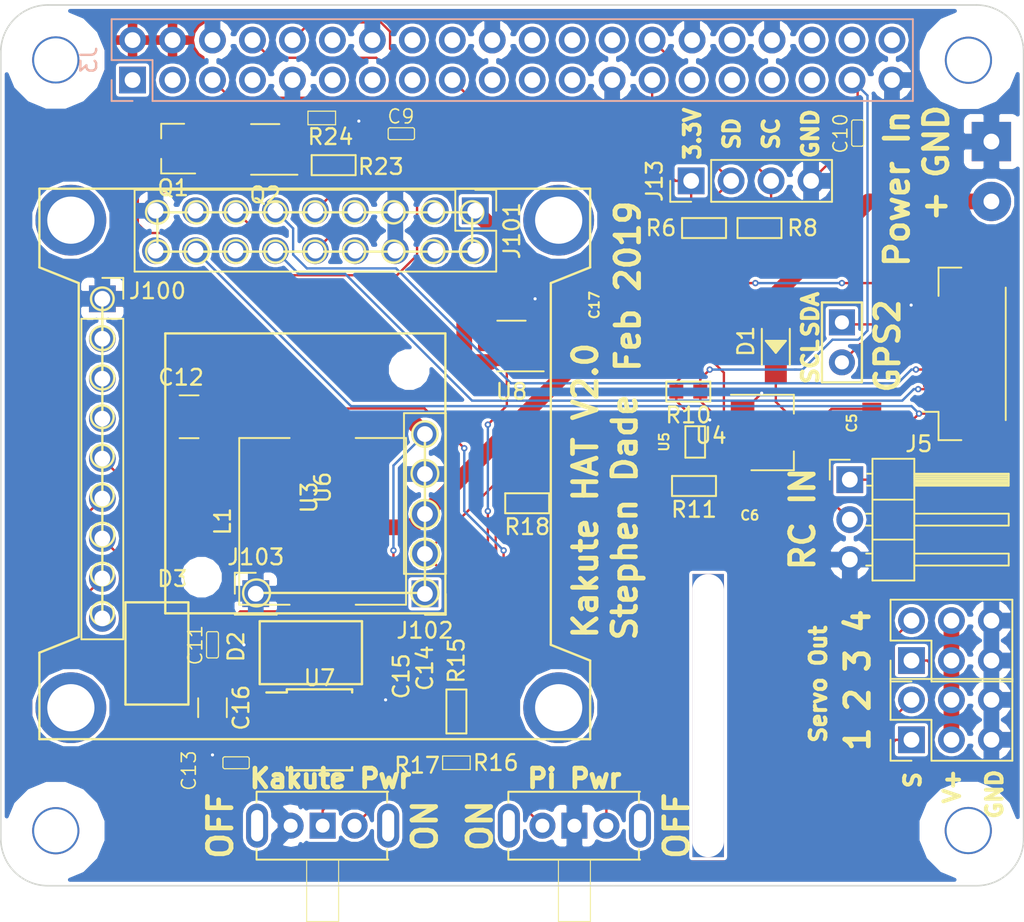
<source format=kicad_pcb>
(kicad_pcb (version 20171130) (host pcbnew "(5.0.1)-4")
  (layers (0 F.Cu signal) (31 B.Cu signal) (34 B.Paste user) (35 F.Paste user) (36 B.SilkS user) (37 F.SilkS user) (38 B.Mask user) (39 F.Mask user) (44 Edge.Cuts user))
  (net 0 "")
  (net 1 GND)
  (net 2 /ID_SD_EEPROM)
  (net 3 /ID_SC_EEPROM)
  (net 4 "Net-(Q1-Pad1)")
  (net 5 "Net-(Q2-Pad1)")
  (net 6 /P3V3_HAT)
  (net 7 /P5V_HAT)
  (net 8 /P5V)
  (net 9 /VIN_RAW)
  (net 10 VCC)
  (net 11 /PI_OFF)
  (net 12 /TELE_TO_FC)
  (net 13 /TELE_TO_PI)
  (net 14 /PWR_OFF)
  (net 15 /FC_5V)
  (net 16 /RC_IN)
  (net 17 /FC_GPS_TX)
  (net 18 /FC_GPS_RX)
  (net 19 /FC_M4)
  (net 20 /FC_M3)
  (net 21 /FC_M2)
  (net 22 /FC_M1)
  (net 23 /P_ENABLE)
  (net 24 /MOUT_V)
  (net 25 "Net-(J12-Pad1)")
  (net 26 "Net-(J12-Pad2)")
  (net 27 "Net-(J101-Pad1)")
  (net 28 "Net-(C5-Pad1)")
  (net 29 "Net-(C11-Pad1)")
  (net 30 "Net-(C11-Pad2)")
  (net 31 "Net-(C13-Pad1)")
  (net 32 "Net-(C14-Pad1)")
  (net 33 "Net-(C15-Pad1)")
  (net 34 "Net-(R15-Pad2)")
  (net 35 "Net-(U7-Pad9)")
  (net 36 "Net-(C16-Pad1)")
  (net 37 "Net-(R11-Pad1)")
  (net 38 "Net-(SW1-PadCOM)")
  (net 39 "Net-(R18-Pad2)")
  (module Connector_PinSocket_2.54mm:PinSocket_2x20_P2.54mm_Vertical (layer B.Cu) (at 86.92 65.59 270)
    (fp_text reference J3 (at -1.27 2.77 270) (layer B.SilkS) (effects (justify mirror)))
    (fp_text value 40HAT)
    (pad 40 thru_hole oval (at -2.54 -48.26 270) (size 1.7 1.7) (drill 1) (layers *.Cu *.Mask))
    (pad 39 thru_hole oval (at 0 -48.26 270) (size 1.7 1.7) (drill 1) (layers *.Cu *.Mask) (net 1 GND))
    (pad 38 thru_hole oval (at -2.54 -45.72 270) (size 1.7 1.7) (drill 1) (layers *.Cu *.Mask))
    (pad 37 thru_hole oval (at 0 -45.72 270) (size 1.7 1.7) (drill 1) (layers *.Cu *.Mask) (net 14 /PWR_OFF))
    (pad 36 thru_hole oval (at -2.54 -43.18 270) (size 1.7 1.7) (drill 1) (layers *.Cu *.Mask))
    (pad 35 thru_hole oval (at 0 -43.18 270) (size 1.7 1.7) (drill 1) (layers *.Cu *.Mask))
    (pad 34 thru_hole oval (at -2.54 -40.64 270) (size 1.7 1.7) (drill 1) (layers *.Cu *.Mask) (net 1 GND))
    (pad 33 thru_hole oval (at 0 -40.64 270) (size 1.7 1.7) (drill 1) (layers *.Cu *.Mask))
    (pad 32 thru_hole oval (at -2.54 -38.1 270) (size 1.7 1.7) (drill 1) (layers *.Cu *.Mask))
    (pad 31 thru_hole oval (at 0 -38.1 270) (size 1.7 1.7) (drill 1) (layers *.Cu *.Mask))
    (pad 30 thru_hole oval (at -2.54 -35.56 270) (size 1.7 1.7) (drill 1) (layers *.Cu *.Mask) (net 1 GND))
    (pad 29 thru_hole oval (at 0 -35.56 270) (size 1.7 1.7) (drill 1) (layers *.Cu *.Mask))
    (pad 28 thru_hole oval (at -2.54 -33.02 270) (size 1.7 1.7) (drill 1) (layers *.Cu *.Mask) (net 3 /ID_SC_EEPROM))
    (pad 27 thru_hole oval (at 0 -33.02 270) (size 1.7 1.7) (drill 1) (layers *.Cu *.Mask) (net 2 /ID_SD_EEPROM))
    (pad 26 thru_hole oval (at -2.54 -30.48 270) (size 1.7 1.7) (drill 1) (layers *.Cu *.Mask))
    (pad 25 thru_hole oval (at 0 -30.48 270) (size 1.7 1.7) (drill 1) (layers *.Cu *.Mask) (net 1 GND))
    (pad 24 thru_hole oval (at -2.54 -27.94 270) (size 1.7 1.7) (drill 1) (layers *.Cu *.Mask))
    (pad 23 thru_hole oval (at 0 -27.94 270) (size 1.7 1.7) (drill 1) (layers *.Cu *.Mask))
    (pad 22 thru_hole oval (at -2.54 -25.4 270) (size 1.7 1.7) (drill 1) (layers *.Cu *.Mask))
    (pad 21 thru_hole oval (at 0 -25.4 270) (size 1.7 1.7) (drill 1) (layers *.Cu *.Mask))
    (pad 20 thru_hole oval (at -2.54 -22.86 270) (size 1.7 1.7) (drill 1) (layers *.Cu *.Mask) (net 1 GND))
    (pad 19 thru_hole oval (at 0 -22.86 270) (size 1.7 1.7) (drill 1) (layers *.Cu *.Mask))
    (pad 18 thru_hole oval (at -2.54 -20.32 270) (size 1.7 1.7) (drill 1) (layers *.Cu *.Mask))
    (pad 17 thru_hole oval (at 0 -20.32 270) (size 1.7 1.7) (drill 1) (layers *.Cu *.Mask) (net 6 /P3V3_HAT))
    (pad 16 thru_hole oval (at -2.54 -17.78 270) (size 1.7 1.7) (drill 1) (layers *.Cu *.Mask))
    (pad 15 thru_hole oval (at 0 -17.78 270) (size 1.7 1.7) (drill 1) (layers *.Cu *.Mask))
    (pad 14 thru_hole oval (at -2.54 -15.24 270) (size 1.7 1.7) (drill 1) (layers *.Cu *.Mask) (net 1 GND))
    (pad 13 thru_hole oval (at 0 -15.24 270) (size 1.7 1.7) (drill 1) (layers *.Cu *.Mask))
    (pad 12 thru_hole oval (at -2.54 -12.7 270) (size 1.7 1.7) (drill 1) (layers *.Cu *.Mask))
    (pad 11 thru_hole oval (at 0 -12.7 270) (size 1.7 1.7) (drill 1) (layers *.Cu *.Mask))
    (pad 10 thru_hole oval (at -2.54 -10.16 270) (size 1.7 1.7) (drill 1) (layers *.Cu *.Mask) (net 13 /TELE_TO_PI))
    (pad 9 thru_hole oval (at 0 -10.16 270) (size 1.7 1.7) (drill 1) (layers *.Cu *.Mask) (net 1 GND))
    (pad 8 thru_hole oval (at -2.54 -7.62 270) (size 1.7 1.7) (drill 1) (layers *.Cu *.Mask) (net 12 /TELE_TO_FC))
    (pad 7 thru_hole oval (at 0 -7.62 270) (size 1.7 1.7) (drill 1) (layers *.Cu *.Mask))
    (pad 6 thru_hole oval (at -2.54 -5.08 270) (size 1.7 1.7) (drill 1) (layers *.Cu *.Mask) (net 1 GND))
    (pad 5 thru_hole oval (at 0 -5.08 270) (size 1.7 1.7) (drill 1) (layers *.Cu *.Mask) (net 11 /PI_OFF))
    (pad 4 thru_hole oval (at -2.54 -2.54 270) (size 1.7 1.7) (drill 1) (layers *.Cu *.Mask) (net 7 /P5V_HAT))
    (pad 3 thru_hole oval (at 0 -2.54 270) (size 1.7 1.7) (drill 1) (layers *.Cu *.Mask))
    (pad 2 thru_hole oval (at -2.54 0 270) (size 1.7 1.7) (drill 1) (layers *.Cu *.Mask) (net 7 /P5V_HAT))
    (pad 1 thru_hole rect (at 0 0 270) (size 1.7 1.7) (drill 1) (layers *.Cu *.Mask) (net 6 /P3V3_HAT))
  )
  (module Package_TO_SOT_SMD:SOT-23 (layer F.Cu) (at 89.5 69.95 180)
    (fp_text reference Q1 (at 0 -2.5 180) (layer F.SilkS))
    (fp_text value DMG2305UX)
    (pad 3 smd rect (at 1 0 180) (size 0.9 0.8) (layers F.Cu F.Paste F.Mask) (net 8 /P5V))
    (pad 2 smd rect (at -1 0.95 180) (size 0.9 0.8) (layers F.Cu F.Paste F.Mask) (net 7 /P5V_HAT))
    (pad 1 smd rect (at -1 -0.95 180) (size 0.9 0.8) (layers F.Cu F.Paste F.Mask) (net 4 "Net-(Q1-Pad1)"))
  )
  (module project_footprints:NPTH_3mm_ID (layer F.Cu) (at 82.04 64.31)
    (fp_text reference H1 (at 0.06 0.09) (layer F.SilkS))
    (fp_text value 3mm_Mounting_Hole hide)
    (pad "" np_thru_hole circle (at 0 0) (size 3 3) (drill 2.75) (layers *.Cu *.Mask) (clearance 1.6))
  )
  (module project_footprints:NPTH_3mm_ID (layer F.Cu) (at 140.04 64.33)
    (fp_text reference H2 (at 0.06 0.09) (layer F.SilkS))
    (fp_text value 3mm_Mounting_Hole hide)
    (pad "" np_thru_hole circle (at 0 0) (size 3 3) (drill 2.75) (layers *.Cu *.Mask) (clearance 1.6))
  )
  (module project_footprints:NPTH_3mm_ID (layer F.Cu) (at 82.04 113.32)
    (fp_text reference H3 (at 0.06 0.09) (layer F.SilkS))
    (fp_text value 3mm_Mounting_Hole hide)
    (pad "" np_thru_hole circle (at 0 0) (size 3 3) (drill 2.75) (layers *.Cu *.Mask) (clearance 1.6))
  )
  (module project_footprints:NPTH_3mm_ID (layer F.Cu) (at 140.03 113.31)
    (fp_text reference H4 (at 0.06 0.09) (layer F.SilkS))
    (fp_text value 3mm_Mounting_Hole hide)
    (pad "" np_thru_hole circle (at 0 0) (size 3 3) (drill 2.75) (layers *.Cu *.Mask) (clearance 1.6))
  )
  (module Connector_JST:JST_GH_SM06B-GHS-TB_1x06-1MP_P1.25mm_Horizontal (layer F.Cu) (at 139.85 83 90)
    (fp_text reference J6 hide)
    (fp_text value GPS2)
    (pad 1 smd roundrect (at -3.125 -1.85 90) (size 0.6 1.7) (layers F.Cu F.Paste F.Mask) (net 15 /FC_5V))
    (pad 2 smd roundrect (at -1.875 -1.85 90) (size 0.6 1.7) (layers F.Cu F.Paste F.Mask) (net 17 /FC_GPS_TX))
    (pad 3 smd roundrect (at -0.625 -1.85 90) (size 0.6 1.7) (layers F.Cu F.Paste F.Mask) (net 18 /FC_GPS_RX))
    (pad 4 smd roundrect (at 0.625 -1.85 90) (size 0.6 1.7) (layers F.Cu F.Paste F.Mask) (net 26 "Net-(J12-Pad2)"))
    (pad 5 smd roundrect (at 1.875 -1.85 90) (size 0.6 1.7) (layers F.Cu F.Paste F.Mask) (net 25 "Net-(J12-Pad1)"))
    (pad 6 smd roundrect (at 3.125 -1.85 90) (size 0.6 1.7) (layers F.Cu F.Paste F.Mask) (net 1 GND))
    (pad MP smd roundrect (at -4.975 1.35 90) (size 1 2.7) (layers F.Cu F.Paste F.Mask))
    (pad MP smd roundrect (at 4.975 1.35 90) (size 1 2.7) (layers F.Cu F.Paste F.Mask))
  )
  (module Package_TO_SOT_SMD:SOT-89-3 (layer F.Cu) (at 127.1665 88)
    (fp_text reference U4 (at -3.4925 0.2) (layer F.SilkS))
    (fp_text value AP2204RA-3.3)
    (pad 2 smd trapezoid (at -0.0762 0 90) (size 1.5 1) (rect_delta 0 0.7) (layers F.Cu F.Paste F.Mask) (net 28 "Net-(C5-Pad1)"))
    (pad 2 smd rect (at 1.3335 0 270) (size 2.2 1.84) (layers F.Cu F.Paste F.Mask) (net 28 "Net-(C5-Pad1)"))
    (pad 3 smd rect (at -1.48 1.5 270) (size 1 1.5) (layers F.Cu F.Paste F.Mask) (net 10 VCC))
    (pad 2 smd rect (at -1.3335 0 270) (size 1 1.8) (layers F.Cu F.Paste F.Mask) (net 28 "Net-(C5-Pad1)"))
    (pad 1 smd rect (at -1.48 -1.5 270) (size 1 1.5) (layers F.Cu F.Paste F.Mask) (net 1 GND))
    (pad 2 smd trapezoid (at 2.667 0 270) (size 1.6 0.85) (rect_delta 0 0.6) (layers F.Cu F.Paste F.Mask) (net 28 "Net-(C5-Pad1)"))
  )
  (module Silicon-Standard:SC70 (layer F.Cu) (at 122.67704 88.6 90)
    (fp_text reference U5 (at 0 -1.97704 -90) (layer F.SilkS) (effects (font (size 0.6096 0.6096) (thickness 0.127))))
    (fp_text value NC7SZ00P5X hide)
    (pad 5 smd rect (at -0.6477 -0.82296 90) (size 0.39878 0.7493) (layers F.Cu F.Paste F.Mask) (net 10 VCC))
    (pad 4 smd rect (at 0.6477 -0.82296 90) (size 0.39878 0.7493) (layers F.Cu F.Paste F.Mask) (net 23 /P_ENABLE))
    (pad 3 smd rect (at 0.6477 0.82296 90) (size 0.39878 0.7493) (layers F.Cu F.Paste F.Mask) (net 1 GND))
    (pad 2 smd rect (at 0 0.82296 90) (size 0.39878 0.7493) (layers F.Cu F.Paste F.Mask) (net 14 /PWR_OFF))
    (pad 1 smd rect (at -0.6477 0.82296 90) (size 0.39878 0.7493) (layers F.Cu F.Paste F.Mask) (net 37 "Net-(R11-Pad1)"))
  )
  (module Package_TO_SOT_SMD:SOT-23-6_Handsoldering (layer F.Cu) (at 95.35 70 180)
    (fp_text reference Q2 (at 0 -2.9 180) (layer F.SilkS))
    (fp_text value DMMT5401)
    (pad 5 smd rect (at 1.35 0 180) (size 1.56 0.65) (layers F.Cu F.Paste F.Mask) (net 7 /P5V_HAT))
    (pad 6 smd rect (at 1.35 -0.95 180) (size 1.56 0.65) (layers F.Cu F.Paste F.Mask) (net 8 /P5V))
    (pad 4 smd rect (at 1.35 0.95 180) (size 1.56 0.65) (layers F.Cu F.Paste F.Mask) (net 4 "Net-(Q1-Pad1)"))
    (pad 3 smd rect (at -1.35 0.95 180) (size 1.56 0.65) (layers F.Cu F.Paste F.Mask) (net 5 "Net-(Q2-Pad1)"))
    (pad 2 smd rect (at -1.35 0 180) (size 1.56 0.65) (layers F.Cu F.Paste F.Mask) (net 5 "Net-(Q2-Pad1)"))
    (pad 1 smd rect (at -1.35 -0.95 180) (size 1.56 0.65) (layers F.Cu F.Paste F.Mask) (net 5 "Net-(Q2-Pad1)"))
  )
  (module Connector_PinHeader_2.54mm:PinHeader_2x03_P2.54mm_Vertical (layer F.Cu) (at 136.42 107.54 90)
    (fp_text reference J8 hide)
    (fp_text value Mout1_2 hide)
    (pad 1 thru_hole rect (at 0 0 90) (size 1.7 1.7) (drill 1) (layers *.Cu *.Mask) (net 22 /FC_M1))
    (pad 2 thru_hole oval (at 2.54 0 90) (size 1.7 1.7) (drill 1) (layers *.Cu *.Mask) (net 21 /FC_M2))
    (pad 3 thru_hole oval (at 0 2.54 90) (size 1.7 1.7) (drill 1) (layers *.Cu *.Mask) (net 24 /MOUT_V))
    (pad 4 thru_hole oval (at 2.54 2.54 90) (size 1.7 1.7) (drill 1) (layers *.Cu *.Mask) (net 24 /MOUT_V))
    (pad 5 thru_hole oval (at 0 5.08 90) (size 1.7 1.7) (drill 1) (layers *.Cu *.Mask) (net 1 GND))
    (pad 6 thru_hole oval (at 2.54 5.08 90) (size 1.7 1.7) (drill 1) (layers *.Cu *.Mask) (net 1 GND))
  )
  (module Connector_PinHeader_2.54mm:PinHeader_2x03_P2.54mm_Vertical (layer F.Cu) (at 136.42 102.5 90)
    (fp_text reference J11 hide)
    (fp_text value Mout3_4 hide)
    (pad 1 thru_hole rect (at 0 0 90) (size 1.7 1.7) (drill 1) (layers *.Cu *.Mask) (net 20 /FC_M3))
    (pad 2 thru_hole oval (at 2.54 0 90) (size 1.7 1.7) (drill 1) (layers *.Cu *.Mask) (net 19 /FC_M4))
    (pad 3 thru_hole oval (at 0 2.54 90) (size 1.7 1.7) (drill 1) (layers *.Cu *.Mask) (net 24 /MOUT_V))
    (pad 4 thru_hole oval (at 2.54 2.54 90) (size 1.7 1.7) (drill 1) (layers *.Cu *.Mask) (net 24 /MOUT_V))
    (pad 5 thru_hole oval (at 0 5.08 90) (size 1.7 1.7) (drill 1) (layers *.Cu *.Mask) (net 1 GND))
    (pad 6 thru_hole oval (at 2.54 5.08 90) (size 1.7 1.7) (drill 1) (layers *.Cu *.Mask) (net 1 GND))
  )
  (module 0805 (layer F.Cu) (at 133.9 87.39916 270)
    (fp_text reference C5 (at 0 1.27 270) (layer F.SilkS) (effects (font (size 0.6096 0.6096) (thickness 0.127))))
    (fp_text value 1.0UF-50V hide)
    (pad 2 smd rect (at 0.89916 0 270) (size 0.79756 1.19888) (layers F.Cu F.Paste F.Mask) (net 1 GND))
    (pad 1 smd rect (at -0.89916 0 270) (size 0.79756 1.19888) (layers F.Cu F.Paste F.Mask) (net 28 "Net-(C5-Pad1)"))
  )
  (module 0805 (layer F.Cu) (at 126.39916 92)
    (fp_text reference C6 (at -0.254 1.27) (layer F.SilkS) (effects (font (size 0.6096 0.6096) (thickness 0.127))))
    (fp_text value 2.2UF-25V hide)
    (pad 1 smd rect (at -0.89916 0) (size 0.79756 1.19888) (layers F.Cu F.Paste F.Mask) (net 10 VCC))
    (pad 2 smd rect (at 0.89916 0) (size 0.79756 1.19888) (layers F.Cu F.Paste F.Mask) (net 1 GND))
  )
  (module OPL_Discrete_Semiconductor:SOD-123 (layer F.Cu) (at 127.8 82.551 270)
    (fp_text reference D1 (at -0.351 1.9 270) (layer F.SilkS))
    (fp_text value SMD-DIODE-100V-200MA_SOD-123_)
    (pad 1 smd rect (at -1.651 0 90) (size 1.397 1.397) (layers F.Cu F.Paste F.Mask) (net 9 /VIN_RAW))
    (pad 2 smd rect (at 1.651 0 90) (size 1.397 1.397) (layers F.Cu F.Paste F.Mask) (net 28 "Net-(C5-Pad1)"))
  )
  (module OPL_Connector:H2-2.54 (layer F.Cu) (at 132 82.27 270)
    (fp_text reference J12 hide)
    (fp_text value I2C)
    (pad 2 thru_hole circle (at 1.27 0) (size 1.651 1.651) (drill 0.9) (layers *.Cu *.Mask) (net 26 "Net-(J12-Pad2)"))
    (pad 1 thru_hole rect (at -1.27 0) (size 1.651 1.651) (drill 0.9) (layers *.Cu *.Mask) (net 25 "Net-(J12-Pad1)"))
  )
  (module Connector_PinHeader_2.54mm:PinHeader_1x04_P2.54mm_Vertical (layer F.Cu) (at 122.42 72 90)
    (fp_text reference J13 (at 0 -2.33 90) (layer F.SilkS))
    (fp_text value ID_EEPROM)
    (pad 4 thru_hole oval (at 0 7.62 90) (size 1.7 1.7) (drill 1) (layers *.Cu *.Mask) (net 1 GND))
    (pad 3 thru_hole oval (at 0 5.08 90) (size 1.7 1.7) (drill 1) (layers *.Cu *.Mask) (net 3 /ID_SC_EEPROM))
    (pad 2 thru_hole oval (at 0 2.54 90) (size 1.7 1.7) (drill 1) (layers *.Cu *.Mask) (net 2 /ID_SD_EEPROM))
    (pad 1 thru_hole rect (at 0 0 90) (size 1.7 1.7) (drill 1) (layers *.Cu *.Mask) (net 6 /P3V3_HAT))
  )
  (module Connector_Wire:SolderWirePad_1x02_P3.81mm_Drill1mm (layer F.Cu) (at 141.5 69.5 270)
    (fp_text reference J20 hide)
    (fp_text value Power_Pad)
    (pad 1 thru_hole rect (at 0 0 270) (size 2.49936 2.49936) (drill 1.00076) (layers *.Cu *.Mask) (net 1 GND))
    (pad 2 thru_hole circle (at 3.81 0 270) (size 2.49936 2.49936) (drill 1.00076) (layers *.Cu *.Mask) (net 9 /VIN_RAW))
  )
  (module Connector_PinSocket_2.54mm:PinSocket_1x09_P2.54mm_Vertical (layer F.Cu) (at 85 79.5)
    (fp_text reference J100 (at 3.5 -0.5) (layer F.SilkS))
    (fp_text value FC_Socket)
    (pad 9 thru_hole oval (at 0 20.32) (size 1.7 1.7) (drill 1) (layers *.Cu *.Mask))
    (pad 8 thru_hole oval (at 0 17.78) (size 1.7 1.7) (drill 1) (layers *.Cu *.Mask) (net 22 /FC_M1))
    (pad 7 thru_hole oval (at 0 15.24) (size 1.7 1.7) (drill 1) (layers *.Cu *.Mask) (net 21 /FC_M2))
    (pad 6 thru_hole oval (at 0 12.7) (size 1.7 1.7) (drill 1) (layers *.Cu *.Mask) (net 20 /FC_M3))
    (pad 5 thru_hole oval (at 0 10.16) (size 1.7 1.7) (drill 1) (layers *.Cu *.Mask) (net 19 /FC_M4))
    (pad 4 thru_hole oval (at 0 7.62) (size 1.7 1.7) (drill 1) (layers *.Cu *.Mask))
    (pad 3 thru_hole oval (at 0 5.08) (size 1.7 1.7) (drill 1) (layers *.Cu *.Mask))
    (pad 2 thru_hole oval (at 0 2.54) (size 1.7 1.7) (drill 1) (layers *.Cu *.Mask))
    (pad 1 thru_hole rect (at 0 0) (size 1.7 1.7) (drill 1) (layers *.Cu *.Mask) (net 1 GND))
  )
  (module Connector_PinHeader_2.54mm:PinHeader_1x05_P2.54mm_Vertical (layer F.Cu) (at 105.5 98.26 180)
    (fp_text reference J102 (at 0 -2.33 180) (layer F.SilkS))
    (fp_text value Polulu_socket)
    (pad 5 thru_hole oval (at 0 10.16 180) (size 1.7 1.7) (drill 1) (layers *.Cu *.Mask) (net 8 /P5V))
    (pad 4 thru_hole oval (at 0 7.62 180) (size 1.7 1.7) (drill 1) (layers *.Cu *.Mask) (net 1 GND))
    (pad 3 thru_hole oval (at 0 5.08 180) (size 1.7 1.7) (drill 1) (layers *.Cu *.Mask) (net 9 /VIN_RAW))
    (pad 2 thru_hole oval (at 0 2.54 180) (size 1.7 1.7) (drill 1) (layers *.Cu *.Mask) (net 23 /P_ENABLE))
    (pad 1 thru_hole rect (at 0 0 180) (size 1.7 1.7) (drill 1) (layers *.Cu *.Mask))
  )
  (module Connector_PinHeader_2.54mm:PinHeader_1x01_P2.54mm_Vertical (layer F.Cu) (at 94.75 98.25)
    (fp_text reference J103 (at 0 -2.33) (layer F.SilkS))
    (fp_text value Conn_01x01)
    (pad 1 thru_hole rect (at 0 0) (size 1.7 1.7) (drill 1) (layers *.Cu *.Mask) (net 1 GND))
  )
  (module OPL_Resistor:R0603 (layer F.Cu) (at 123.238 75 180)
    (fp_text reference R6 (at 2.738 0) (layer F.SilkS))
    (fp_text value 3.9K)
    (pad 2 smd rect (at 0.762 0 180) (size 0.889 0.889) (layers F.Cu F.Paste F.Mask) (net 6 /P3V3_HAT))
    (pad 1 smd rect (at -0.762 0 180) (size 0.889 0.889) (layers F.Cu F.Paste F.Mask) (net 2 /ID_SD_EEPROM))
  )
  (module OPL_Resistor:R0603 (layer F.Cu) (at 126.762 75 180)
    (fp_text reference R8 (at -2.738 0) (layer F.SilkS))
    (fp_text value 3.9K)
    (pad 1 smd rect (at -0.762 0 180) (size 0.889 0.889) (layers F.Cu F.Paste F.Mask) (net 3 /ID_SC_EEPROM))
    (pad 2 smd rect (at 0.762 0 180) (size 0.889 0.889) (layers F.Cu F.Paste F.Mask) (net 6 /P3V3_HAT))
  )
  (module OPL_Resistor:R0603 (layer F.Cu) (at 122.238 85.4 180)
    (fp_text reference R10 (at 0 -1.5) (layer F.SilkS))
    (fp_text value 3.9K)
    (pad 2 smd rect (at 0.762 0 180) (size 0.889 0.889) (layers F.Cu F.Paste F.Mask) (net 10 VCC))
    (pad 1 smd rect (at -0.762 0 180) (size 0.889 0.889) (layers F.Cu F.Paste F.Mask) (net 14 /PWR_OFF))
  )
  (module OPL_Resistor:R0603 (layer F.Cu) (at 122.6 91.4 180)
    (fp_text reference R11 (at 0 -1.5) (layer F.SilkS))
    (fp_text value 3.9K)
    (pad 1 smd rect (at -0.762 0 180) (size 0.889 0.889) (layers F.Cu F.Paste F.Mask) (net 37 "Net-(R11-Pad1)"))
    (pad 2 smd rect (at 0.762 0 180) (size 0.889 0.889) (layers F.Cu F.Paste F.Mask) (net 10 VCC))
  )
  (module OPL_Resistor:R0603 (layer F.Cu) (at 99.7 71 180)
    (fp_text reference R23 (at -3 -0.1) (layer F.SilkS))
    (fp_text value 10K)
    (pad 1 smd rect (at -0.762 0 180) (size 0.889 0.889) (layers F.Cu F.Paste F.Mask) (net 1 GND))
    (pad 2 smd rect (at 0.762 0 180) (size 0.889 0.889) (layers F.Cu F.Paste F.Mask) (net 5 "Net-(Q2-Pad1)"))
  )
  (module OPL_Resistor:R0402 (layer F.Cu) (at 98.9445 68 180)
    (fp_text reference R24 (at -0.5555 -1.2 180) (layer F.SilkS))
    (fp_text value 47K)
    (pad 1 smd rect (at -0.4445 0 180) (size 0.635 0.635) (layers F.Cu F.Paste F.Mask) (net 1 GND))
    (pad 2 smd rect (at 0.4445 0 180) (size 0.635 0.635) (layers F.Cu F.Paste F.Mask) (net 4 "Net-(Q1-Pad1)"))
  )
  (module Polulu:D24V22F5_NoPin (layer F.Cu) (at 89 99.5 90)
    (fp_text reference U3 (at 7.366 9.144 90) (layer F.SilkS))
    (fp_text value D24V22F5)
    (pad "" np_thru_hole circle (at 2.3 2.3 90) (size 2.18 2.18) (drill 2.18) (layers *.Cu *.Mask))
    (pad "" np_thru_hole circle (at 15.5 15.5 90) (size 2.18 2.18) (drill 2.18) (layers *.Cu *.Mask))
  )
  (module "Kakute:Kakute F4 V2_NoPin" (layer F.Cu) (at 116 72.5 270)
    (fp_text reference U6 (at 19 17 270) (layer F.SilkS))
    (fp_text value KakuteF4_V2)
    (pad "" np_thru_hole circle (at 2 2 270) (size 4.5 4.5) (drill 3) (layers *.Cu *.Mask))
    (pad "" np_thru_hole circle (at 33 2 270) (size 4.5 4.5) (drill 3) (layers *.Cu *.Mask))
    (pad "" np_thru_hole circle (at 33 33 270) (size 4.5 4.5) (drill 3) (layers *.Cu *.Mask))
    (pad "" np_thru_hole circle (at 2 33 270) (size 4.5 4.5) (drill 3) (layers *.Cu *.Mask))
  )
  (module Connector_PinHeader_2.54mm:PinHeader_2x09_P2.54mm_Vertical (layer F.Cu) (at 108.7 73.9 270)
    (fp_text reference J101 (at 1.27 -2.33 270) (layer F.SilkS))
    (fp_text value FC_Socket2)
    (pad 1 thru_hole rect (at 0 0 270) (size 1.7 1.7) (drill 1) (layers *.Cu *.Mask) (net 27 "Net-(J101-Pad1)"))
    (pad 2 thru_hole oval (at 2.54 0 270) (size 1.7 1.7) (drill 1) (layers *.Cu *.Mask))
    (pad 3 thru_hole oval (at 0 2.54 270) (size 1.7 1.7) (drill 1) (layers *.Cu *.Mask))
    (pad 4 thru_hole oval (at 2.54 2.54 270) (size 1.7 1.7) (drill 1) (layers *.Cu *.Mask))
    (pad 5 thru_hole oval (at 0 5.08 270) (size 1.7 1.7) (drill 1) (layers *.Cu *.Mask) (net 1 GND))
    (pad 6 thru_hole oval (at 2.54 5.08 270) (size 1.7 1.7) (drill 1) (layers *.Cu *.Mask) (net 1 GND))
    (pad 7 thru_hole oval (at 0 7.62 270) (size 1.7 1.7) (drill 1) (layers *.Cu *.Mask))
    (pad 8 thru_hole oval (at 2.54 7.62 270) (size 1.7 1.7) (drill 1) (layers *.Cu *.Mask))
    (pad 9 thru_hole oval (at 0 10.16 270) (size 1.7 1.7) (drill 1) (layers *.Cu *.Mask) (net 12 /TELE_TO_FC))
    (pad 10 thru_hole oval (at 2.54 10.16 270) (size 1.7 1.7) (drill 1) (layers *.Cu *.Mask) (net 13 /TELE_TO_PI))
    (pad 11 thru_hole oval (at 0 12.7 270) (size 1.7 1.7) (drill 1) (layers *.Cu *.Mask) (net 18 /FC_GPS_RX))
    (pad 12 thru_hole oval (at 2.54 12.7 270) (size 1.7 1.7) (drill 1) (layers *.Cu *.Mask) (net 17 /FC_GPS_TX))
    (pad 13 thru_hole oval (at 0 15.24 270) (size 1.7 1.7) (drill 1) (layers *.Cu *.Mask) (net 16 /RC_IN))
    (pad 14 thru_hole oval (at 2.54 15.24 270) (size 1.7 1.7) (drill 1) (layers *.Cu *.Mask))
    (pad 15 thru_hole oval (at 0 17.78 270) (size 1.7 1.7) (drill 1) (layers *.Cu *.Mask))
    (pad 16 thru_hole oval (at 2.54 17.78 270) (size 1.7 1.7) (drill 1) (layers *.Cu *.Mask) (net 15 /FC_5V))
    (pad 17 thru_hole oval (at 0 20.32 270) (size 1.7 1.7) (drill 1) (layers *.Cu *.Mask) (net 1 GND))
    (pad 18 thru_hole oval (at 2.54 20.32 270) (size 1.7 1.7) (drill 1) (layers *.Cu *.Mask))
  )
  (module OPL_Capacitor:C0402 (layer F.Cu) (at 104 69)
    (fp_text reference C9 (at -0.0254 -1.0922 180) (layer F.SilkS) (effects (font (size 0.889 0.889) (thickness 0.1016))))
    (fp_text value 0.1uF)
    (pad 1 smd rect (at -0.46228 0) (size 0.4 0.6) (layers F.Cu F.Paste F.Mask) (net 1 GND))
    (pad 2 smd rect (at 0.46228 0) (size 0.4 0.6) (layers F.Cu F.Paste F.Mask) (net 11 /PI_OFF))
  )
  (module OPL_Capacitor:C0402 (layer F.Cu) (at 133 68.96228 90)
    (fp_text reference C10 (at -0.0254 -1.0922 270) (layer F.SilkS) (effects (font (size 0.889 0.889) (thickness 0.1016))))
    (fp_text value 0.1uF)
    (pad 2 smd rect (at 0.46228 0 90) (size 0.4 0.6) (layers F.Cu F.Paste F.Mask) (net 14 /PWR_OFF))
    (pad 1 smd rect (at -0.46228 0 90) (size 0.4 0.6) (layers F.Cu F.Paste F.Mask) (net 1 GND))
  )
  (module OPL_Capacitor:C0402 (layer F.Cu) (at 92 101.5 90)
    (fp_text reference C11 (at -0.0254 -1.0922 -90) (layer F.SilkS) (effects (font (size 0.889 0.889) (thickness 0.1016))))
    (fp_text value 0.1uF)
    (pad 2 smd rect (at 0.46228 0 90) (size 0.4 0.6) (layers F.Cu F.Paste F.Mask) (net 30 "Net-(C11-Pad2)"))
    (pad 1 smd rect (at -0.46228 0 90) (size 0.4 0.6) (layers F.Cu F.Paste F.Mask) (net 29 "Net-(C11-Pad1)"))
  )
  (module Capacitor_SMD:C_1210_3225Metric_Pad1.42x2.65mm_HandSolder (layer F.Cu) (at 90.5125 87 180)
    (fp_text reference C12 (at 0.5125 2.5 180) (layer F.SilkS))
    (fp_text value 100uF)
    (pad 2 smd roundrect (at 1.4875 0 180) (size 1.425 2.65) (layers F.Cu F.Paste F.Mask) (roundrect_rratio 0.175439) (net 1 GND))
    (pad 1 smd roundrect (at -1.4875 0 180) (size 1.425 2.65) (layers F.Cu F.Paste F.Mask) (roundrect_rratio 0.175439) (net 8 /P5V))
  )
  (module OPL_Capacitor:C0402 (layer F.Cu) (at 93.5 109 180)
    (fp_text reference C13 (at 3 -0.5 90) (layer F.SilkS) (effects (font (size 0.889 0.889) (thickness 0.1016))))
    (fp_text value 8.2nF)
    (pad 1 smd rect (at -0.46228 0 180) (size 0.4 0.6) (layers F.Cu F.Paste F.Mask) (net 31 "Net-(C13-Pad1)"))
    (pad 2 smd rect (at 0.46228 0 180) (size 0.4 0.6) (layers F.Cu F.Paste F.Mask) (net 1 GND))
  )
  (module Resistor_SMD:R_0402_1005Metric (layer F.Cu) (at 105.5 106 90)
    (fp_text reference C14 (at 3.015 0 90) (layer F.SilkS))
    (fp_text value "1.5nF, 50V")
    (pad 2 smd roundrect (at 0.485 0 90) (size 0.59 0.64) (layers F.Cu F.Paste F.Mask) (net 1 GND))
    (pad 1 smd roundrect (at -0.485 0 90) (size 0.59 0.64) (layers F.Cu F.Paste F.Mask) (net 32 "Net-(C14-Pad1)"))
  )
  (module Resistor_SMD:R_0402_1005Metric (layer F.Cu) (at 104 106 90)
    (fp_text reference C15 (at 2.5 0 90) (layer F.SilkS))
    (fp_text value "30pF, 25V")
    (pad 1 smd roundrect (at -0.485 0 90) (size 0.59 0.64) (layers F.Cu F.Paste F.Mask) (net 33 "Net-(C15-Pad1)"))
    (pad 2 smd roundrect (at 0.485 0 90) (size 0.59 0.64) (layers F.Cu F.Paste F.Mask) (net 1 GND))
  )
  (module Resistor_SMD:R_1206_3216Metric_Pad1.42x1.75mm_HandSolder (layer F.Cu) (at 92 105.5 270)
    (fp_text reference C16 (at 0 -1.82 270) (layer F.SilkS))
    (fp_text value "10uF, 1mOhm, 50V, 5A IRMS, X7R")
    (pad 2 smd roundrect (at 1.4875 0 270) (size 1.425 1.75) (layers F.Cu F.Paste F.Mask) (roundrect_rratio 0.175439) (net 1 GND))
    (pad 1 smd roundrect (at -1.4875 0 270) (size 1.425 1.75) (layers F.Cu F.Paste F.Mask) (roundrect_rratio 0.175439) (net 36 "Net-(C16-Pad1)"))
  )
  (module PowerDI:POWERDI5 (layer F.Cu) (at 97.5 102 90)
    (fp_text reference D2 (at 0.381 -4 90) (layer F.SilkS))
    (fp_text value PDS560-13 hide)
    (pad 2 smd rect (at 0.031 -0.299 90) (size 3.36 4.86) (layers F.Cu F.Paste F.Mask) (net 1 GND))
    (pad 1 smd rect (at 0.951 3.683 90) (size 1.39 1.4) (layers F.Cu F.Paste F.Mask) (net 30 "Net-(C11-Pad2)"))
    (pad 1 smd rect (at -0.889 3.683 90) (size 1.39 1.4) (layers F.Cu F.Paste F.Mask) (net 30 "Net-(C11-Pad2)"))
  )
  (module OPL_Resistor:R0603 (layer F.Cu) (at 107.5 105.738 270)
    (fp_text reference R15 (at -3.238 0 90) (layer F.SilkS))
    (fp_text value 1.96K)
    (pad 2 smd rect (at 0.762 0 270) (size 0.889 0.889) (layers F.Cu F.Paste F.Mask) (net 34 "Net-(R15-Pad2)"))
    (pad 1 smd rect (at -0.762 0 270) (size 0.889 0.889) (layers F.Cu F.Paste F.Mask) (net 1 GND))
  )
  (module OPL_Resistor:R0402 (layer F.Cu) (at 107.5 109)
    (fp_text reference R16 (at 2.5 0) (layer F.SilkS))
    (fp_text value 10.2K)
    (pad 2 smd rect (at 0.4445 0) (size 0.635 0.635) (layers F.Cu F.Paste F.Mask) (net 8 /P5V))
    (pad 1 smd rect (at -0.4445 0) (size 0.635 0.635) (layers F.Cu F.Paste F.Mask) (net 34 "Net-(R15-Pad2)"))
  )
  (module MountingHole:MountingHole_2.2mm_M2_ISO7380 (layer F.Cu) (at 123.5 106)
    (fp_text reference H5 (at 0 -2.75) (layer F.SilkS))
    (fp_text value CameraHole)
    (pad "" np_thru_hole rect (at 0 0) (size 2 18) (drill oval 2 18) (layers *.Cu *.Mask))
  )
  (module Inductor_SMD:L_10.4x10.4_H4.8 (layer F.Cu) (at 99 93.65 90)
    (fp_text reference L1 (at 0 -6.35 90) (layer F.SilkS))
    (fp_text value 10uH)
    (pad 1 smd rect (at -4.15 0 90) (size 2.7 3.6) (layers F.Cu F.Paste F.Mask) (net 30 "Net-(C11-Pad2)"))
    (pad 2 smd rect (at 4.15 0 90) (size 2.7 3.6) (layers F.Cu F.Paste F.Mask) (net 8 /P5V))
  )
  (module PowerDI:POWERDI5 (layer F.Cu) (at 88.469 101.299)
    (fp_text reference D3 (at 1 -4) (layer F.SilkS))
    (fp_text value PDS560-13 hide)
    (pad 1 smd rect (at -0.889 3.683) (size 1.39 1.4) (layers F.Cu F.Paste F.Mask) (net 36 "Net-(C16-Pad1)"))
    (pad 1 smd rect (at 0.951 3.683) (size 1.39 1.4) (layers F.Cu F.Paste F.Mask) (net 36 "Net-(C16-Pad1)"))
    (pad 2 smd rect (at 0.031 -0.299) (size 3.36 4.86) (layers F.Cu F.Paste F.Mask) (net 9 /VIN_RAW))
  )
  (module Resistor_SMD:R_0402_1005Metric (layer F.Cu) (at 105 108 180)
    (fp_text reference R17 (at 0 -1.17 180) (layer F.SilkS))
    (fp_text value 36.5k)
    (pad 1 smd roundrect (at -0.485 0 180) (size 0.59 0.64) (layers F.Cu F.Paste F.Mask) (net 32 "Net-(C14-Pad1)"))
    (pad 2 smd roundrect (at 0.485 0 180) (size 0.59 0.64) (layers F.Cu F.Paste F.Mask) (net 33 "Net-(C15-Pad1)"))
  )
  (module Package_SO:TI_SO-PowerPAD-8 (layer F.Cu) (at 98.8 106.905)
    (fp_text reference U7 (at 0 -3.3) (layer F.SilkS))
    (fp_text value TPS54331DR)
    (pad 1 smd rect (at -2.78 -1.905) (size 1.91 0.61) (layers F.Cu F.Paste F.Mask) (net 29 "Net-(C11-Pad1)"))
    (pad 2 smd rect (at -2.78 -0.635) (size 1.91 0.61) (layers F.Cu F.Paste F.Mask) (net 36 "Net-(C16-Pad1)"))
    (pad 3 smd rect (at -2.78 0.635) (size 1.91 0.61) (layers F.Cu F.Paste F.Mask) (net 23 /P_ENABLE))
    (pad 4 smd rect (at -2.78 1.905) (size 1.91 0.61) (layers F.Cu F.Paste F.Mask) (net 31 "Net-(C13-Pad1)"))
    (pad 5 smd rect (at 2.78 1.905) (size 1.91 0.61) (layers F.Cu F.Paste F.Mask) (net 34 "Net-(R15-Pad2)"))
    (pad 6 smd rect (at 2.78 0.635) (size 1.91 0.61) (layers F.Cu F.Paste F.Mask) (net 33 "Net-(C15-Pad1)"))
    (pad 7 smd rect (at 2.78 -0.635) (size 1.91 0.61) (layers F.Cu F.Paste F.Mask) (net 1 GND))
    (pad 8 smd rect (at 2.78 -1.905) (size 1.91 0.61) (layers F.Cu F.Paste F.Mask) (net 30 "Net-(C11-Pad2)"))
    (pad 9 smd rect (at 0.6025 0.775) (size 1.205 1.55) (layers F.Cu F.Paste F.Mask) (net 35 "Net-(U7-Pad9)"))
    (pad 9 smd rect (at 0.6025 -0.775) (size 1.205 1.55) (layers F.Cu F.Paste F.Mask) (net 35 "Net-(U7-Pad9)"))
    (pad 9 smd rect (at -0.6025 0.775) (size 1.205 1.55) (layers F.Cu F.Paste F.Mask) (net 35 "Net-(U7-Pad9)"))
    (pad 9 smd rect (at -0.6025 -0.775) (size 1.205 1.55) (layers F.Cu F.Paste F.Mask) (net 35 "Net-(U7-Pad9)"))
  )
  (module 0805 (layer F.Cu) (at 115 79.89916 270)
    (fp_text reference C17 (at 0 -1.27 270) (layer F.SilkS) (effects (font (size 0.6096 0.6096) (thickness 0.127))))
    (fp_text value 1.0UF-50V hide)
    (pad 1 smd rect (at -0.89916 0 270) (size 0.79756 1.19888) (layers F.Cu F.Paste F.Mask) (net 1 GND))
    (pad 2 smd rect (at 0.89916 0 270) (size 0.79756 1.19888) (layers F.Cu F.Paste F.Mask) (net 9 /VIN_RAW))
  )
  (module OPL_Switch:SW5-2.0-8.8X4.4X4.7MM-90D (layer F.Cu) (at 99 113 270)
    (fp_text reference SW1 hide)
    (fp_text value "Kakute Power Switch" hide)
    (pad A thru_hole circle (at 0 -2.032 270) (size 1.651 1.651) (drill 0.889) (layers *.Cu *.Mask) (net 39 "Net-(R18-Pad2)"))
    (pad B thru_hole circle (at 0 2.032 270) (size 1.651 1.651) (drill 0.889) (layers *.Cu *.Mask) (net 1 GND))
    (pad COM thru_hole rect (at 0 0 270) (size 1.651 1.651) (drill 0.889) (layers *.Cu *.Mask) (net 38 "Net-(SW1-PadCOM)"))
    (pad NC1 thru_hole oval (at 0 -4.1656) (size 1.397 2.794) (drill oval 0.762 2) (layers *.Cu *.Mask))
    (pad NC2 thru_hole oval (at 0 4.1656) (size 1.397 2.794) (drill oval 0.762 2) (layers *.Cu *.Mask))
  )
  (module OPL_Switch:SW5-2.0-8.8X4.4X4.7MM-90D (layer F.Cu) (at 115 113 270)
    (fp_text reference SW2 hide)
    (fp_text value "Pi Power Switch" hide)
    (pad NC2 thru_hole oval (at 0 4.1656) (size 1.397 2.794) (drill oval 0.762 2) (layers *.Cu *.Mask))
    (pad NC1 thru_hole oval (at 0 -4.1656) (size 1.397 2.794) (drill oval 0.762 2) (layers *.Cu *.Mask))
    (pad COM thru_hole rect (at 0 0 270) (size 1.651 1.651) (drill 0.889) (layers *.Cu *.Mask) (net 1 GND))
    (pad B thru_hole circle (at 0 2.032 270) (size 1.651 1.651) (drill 0.889) (layers *.Cu *.Mask) (net 11 /PI_OFF))
    (pad A thru_hole circle (at 0 -2.032 270) (size 1.651 1.651) (drill 0.889) (layers *.Cu *.Mask) (net 37 "Net-(R11-Pad1)"))
  )
  (module Package_TO_SOT_SMD:SOT-23-6_Handsoldering (layer F.Cu) (at 111 82.5 180)
    (fp_text reference U8 (at 0 -2.9 180) (layer F.SilkS))
    (fp_text value TPS22810)
    (pad 1 smd rect (at -1.35 -0.95 180) (size 1.56 0.65) (layers F.Cu F.Paste F.Mask) (net 9 /VIN_RAW))
    (pad 2 smd rect (at -1.35 0 180) (size 1.56 0.65) (layers F.Cu F.Paste F.Mask) (net 1 GND))
    (pad 3 smd rect (at -1.35 0.95 180) (size 1.56 0.65) (layers F.Cu F.Paste F.Mask) (net 38 "Net-(SW1-PadCOM)"))
    (pad 4 smd rect (at 1.35 0.95 180) (size 1.56 0.65) (layers F.Cu F.Paste F.Mask))
    (pad 6 smd rect (at 1.35 -0.95 180) (size 1.56 0.65) (layers F.Cu F.Paste F.Mask) (net 27 "Net-(J101-Pad1)"))
    (pad 5 smd rect (at 1.35 0 180) (size 1.56 0.65) (layers F.Cu F.Paste F.Mask))
  )
  (module OPL_Resistor:R0603 (layer F.Cu) (at 112 92.5 180)
    (fp_text reference R18 (at 0 -1.5) (layer F.SilkS))
    (fp_text value 10K)
    (pad 1 smd rect (at -0.762 0 180) (size 0.889 0.889) (layers F.Cu F.Paste F.Mask) (net 10 VCC))
    (pad 2 smd rect (at 0.762 0 180) (size 0.889 0.889) (layers F.Cu F.Paste F.Mask) (net 39 "Net-(R18-Pad2)"))
  )
  (module Connector_PinHeader_2.54mm:PinHeader_1x03_P2.54mm_Horizontal (layer F.Cu) (at 132.5 91)
    (fp_text reference J5 (at 4.385 -2.27) (layer F.SilkS))
    (fp_text value RC_IN)
    (pad 1 thru_hole rect (at 0 0) (size 1.7 1.7) (drill 1) (layers *.Cu *.Mask) (net 16 /RC_IN))
    (pad 2 thru_hole oval (at 0 2.54) (size 1.7 1.7) (drill 1) (layers *.Cu *.Mask) (net 15 /FC_5V))
    (pad 3 thru_hole oval (at 0 5.08) (size 1.7 1.7) (drill 1) (layers *.Cu *.Mask) (net 1 GND))
  )
  (gr_text "Servo Out" (at 130.5 104 90) (layer F.SilkS) (effects (font (size 1 1) (thickness 0.25))))
  (gr_text SCL (at 130 83.5 90) (layer F.SilkS) (effects (font (size 1 1) (thickness 0.25))))
  (gr_text SDA (at 130 80.5 90) (layer F.SilkS) (effects (font (size 1 1) (thickness 0.25))))
  (gr_text 4 (at 133 100 90) (layer F.SilkS) (effects (font (size 1.5 1.5) (thickness 0.3))))
  (gr_text 3 (at 133 102.5 90) (layer F.SilkS) (effects (font (size 1.5 1.5) (thickness 0.3))))
  (gr_text 2 (at 133 105 90) (layer F.SilkS) (effects (font (size 1.5 1.5) (thickness 0.3))))
  (gr_text 1 (at 133 107.5 90) (layer F.SilkS) (effects (font (size 1.5 1.5) (thickness 0.3))))
  (gr_text GND (at 130 69 90) (layer F.SilkS) (effects (font (size 1 1) (thickness 0.25))))
  (gr_text SC (at 127.5 69 90) (layer F.SilkS) (effects (font (size 1 1) (thickness 0.25))))
  (gr_text SD (at 125 69 90) (layer F.SilkS) (effects (font (size 1 1) (thickness 0.25))))
  (gr_text 3.3V (at 122.5 69 90) (layer F.SilkS) (effects (font (size 1 1) (thickness 0.25))))
  (gr_text GND (at 138 69.5 90) (layer F.SilkS) (effects (font (size 1.5 1.5) (thickness 0.3))))
  (gr_text + (at 138 73.5) (layer F.SilkS) (effects (font (size 1.5 1.5) (thickness 0.3))))
  (gr_text "Power In" (at 135.5 72.5 90) (layer F.SilkS) (effects (font (size 1.5 1.5) (thickness 0.3))))
  (gr_text ON (at 109 113 90) (layer F.SilkS) (effects (font (size 1.5 1.5) (thickness 0.3))))
  (gr_text OFF (at 121.5 113 90) (layer F.SilkS) (effects (font (size 1.5 1.5) (thickness 0.3))))
  (gr_text "Pi Pwr" (at 115 110) (layer F.SilkS) (effects (font (size 1.2 1.2) (thickness 0.3))))
  (gr_text "Kakute Pwr" (at 99.5 110) (layer F.SilkS) (effects (font (size 1.2 1.2) (thickness 0.3))))
  (gr_line (start 117.475 116.817611) (end 140.546356 116.817611) (layer Edge.Cuts) (width 0.1))
  (gr_text "Feb 2019" (at 118.4 78.7 90) (layer F.SilkS) (effects (font (size 1.5 1.5) (thickness 0.3))))
  (gr_text "Stephen Dade" (at 118.2 93.4 90) (layer F.SilkS) (effects (font (size 1.5 1.5) (thickness 0.3))))
  (gr_text "RC IN" (at 129.5 93.5 90) (layer F.SilkS) (effects (font (size 1.5 1.5) (thickness 0.3))))
  (gr_text GPS2 (at 134.9 82.5 90) (layer F.SilkS) (effects (font (size 1.5 1.5) (thickness 0.3))))
  (gr_text S (at 136.4 110.1 270) (layer F.SilkS) (effects (font (size 1 1) (thickness 0.25))))
  (gr_text V+ (at 139 110.5 90) (layer F.SilkS) (effects (font (size 1 1) (thickness 0.25))))
  (gr_text GND (at 141.7 111 90) (layer F.SilkS) (effects (font (size 1 1) (thickness 0.25))))
  (gr_text OFF (at 92.5 113 90) (layer F.SilkS) (effects (font (size 1.5 1.5) (thickness 0.3))))
  (gr_text ON (at 105.5 113 90) (layer F.SilkS) (effects (font (size 1.5 1.5) (thickness 0.3))))
  (gr_text "Kakute HAT V2.0" (at 115.7 91.7 90) (layer F.SilkS) (effects (font (size 1.5 1.5) (thickness 0.3))))
  (gr_line (start 78.546356 63.817611) (end 78.546356 113.817611) (layer Edge.Cuts) (width 0.1))
  (gr_arc (start 81.546356 63.817611) (end 81.546356 60.817611) (angle -90) (layer Edge.Cuts) (width 0.1))
  (gr_line (start 140.546356 60.817611) (end 81.546356 60.817611) (layer Edge.Cuts) (width 0.1))
  (gr_arc (start 140.546356 63.817611) (end 143.546356 63.817611) (angle -90) (layer Edge.Cuts) (width 0.1))
  (gr_line (start 143.546356 113.817611) (end 143.546356 63.817611) (layer Edge.Cuts) (width 0.1))
  (gr_arc (start 81.546356 113.817611) (end 78.546356 113.817611) (angle -90) (layer Edge.Cuts) (width 0.1))
  (gr_line (start 81.546356 116.817611) (end 117.475 116.817611) (layer Edge.Cuts) (width 0.1))
  (gr_arc (start 140.546356 113.817611) (end 140.546356 116.817611) (angle -89.9) (layer Edge.Cuts) (width 0.1))
  (via (at 126.9 85.5) (size 0.4) (drill 0.2) (layers F.Cu B.Cu) (net 1))
  (segment (start 126.9865 85.5865) (end 126.9 85.5) (width 0.15) (layer F.Cu) (net 1))
  (via (at 136.4 79.9) (size 0.4) (drill 0.2) (layers F.Cu B.Cu) (net 1))
  (segment (start 136.425 79.875) (end 136.4 79.9) (width 0.15) (layer F.Cu) (net 1))
  (segment (start 138 79.875) (end 136.425 79.875) (width 0.15) (layer F.Cu) (net 1))
  (via (at 123.6 87.2) (size 0.4) (drill 0.2) (layers F.Cu B.Cu) (net 1))
  (segment (start 123.5 87.3) (end 123.6 87.2) (width 0.15) (layer F.Cu) (net 1))
  (segment (start 123.5 87.9523) (end 123.5 87.3) (width 0.15) (layer F.Cu) (net 1))
  (via (at 101.3 68.2) (size 0.4) (drill 0.2) (layers F.Cu B.Cu) (net 1))
  (segment (start 102.1 69) (end 101.3 68.2) (width 0.15) (layer F.Cu) (net 1))
  (segment (start 101.100001 68.000001) (end 101.3 68.2) (width 0.15) (layer F.Cu) (net 1))
  (segment (start 99.389 68) (end 101.100001 68.000001) (width 0.15) (layer F.Cu) (net 1))
  (segment (start 100.462 69.038) (end 101.3 68.2) (width 0.15) (layer F.Cu) (net 1))
  (segment (start 100.462 71) (end 100.462 69.038) (width 0.15) (layer F.Cu) (net 1))
  (segment (start 103.245 106.27) (end 104 105.515) (width 0.15) (layer F.Cu) (net 1))
  (segment (start 101.5 106.27) (end 103.245 106.27) (width 0.15) (layer F.Cu) (net 1))
  (segment (start 104 105.515) (end 105.5 105.515) (width 0.15) (layer F.Cu) (net 1))
  (segment (start 106.961 105.515) (end 107.5 104.976) (width 0.15) (layer F.Cu) (net 1))
  (segment (start 105.5 105.515) (end 106.961 105.515) (width 0.15) (layer F.Cu) (net 1))
  (via (at 94 101.5) (size 0.4) (drill 0.2) (layers F.Cu B.Cu) (net 1))
  (via (at 103 105) (size 0.4) (drill 0.2) (layers F.Cu B.Cu) (net 1))
  (via (at 92 108.5) (size 0.4) (drill 0.2) (layers F.Cu B.Cu) (net 1))
  (segment (start 96.732 101.5) (end 97.201 101.969) (width 0.15) (layer F.Cu) (net 1))
  (segment (start 94 101.5) (end 96.732 101.5) (width 0.15) (layer F.Cu) (net 1))
  (segment (start 92 106.9875) (end 92 108.5) (width 0.15) (layer F.Cu) (net 1))
  (segment (start 92.53772 108.5) (end 93.03772 109) (width 0.15) (layer F.Cu) (net 1))
  (segment (start 92 108.5) (end 92.53772 108.5) (width 0.15) (layer F.Cu) (net 1))
  (segment (start 103.515 105.515) (end 103 105) (width 0.15) (layer F.Cu) (net 1))
  (segment (start 104 105.515) (end 103.515 105.515) (width 0.15) (layer F.Cu) (net 1))
  (segment (start 86.85 79.5) (end 85 79.5) (width 1) (layer F.Cu) (net 1))
  (segment (start 89.025 81.675) (end 86.85 79.5) (width 1) (layer F.Cu) (net 1))
  (segment (start 89.025 87) (end 89.025 81.675) (width 1) (layer F.Cu) (net 1))
  (via (at 112.5 79.5) (size 0.4) (drill 0.2) (layers F.Cu B.Cu) (net 1))
  (segment (start 102.1 69) (end 103.53772 69) (width 0.15) (layer F.Cu) (net 1))
  (segment (start 113.580001 80.580001) (end 112.5 79.5) (width 0.5) (layer F.Cu) (net 1))
  (segment (start 113.580001 82.235001) (end 113.580001 80.580001) (width 0.5) (layer F.Cu) (net 1))
  (segment (start 113.315002 82.5) (end 113.580001 82.235001) (width 0.5) (layer F.Cu) (net 1))
  (segment (start 112.35 82.5) (end 113.315002 82.5) (width 0.5) (layer F.Cu) (net 1))
  (segment (start 114.5 79.5) (end 115 79) (width 0.5) (layer F.Cu) (net 1))
  (segment (start 112.5 79.5) (end 114.5 79.5) (width 0.5) (layer F.Cu) (net 1))
  (segment (start 132.61544 69.42456) (end 133 69.42456) (width 0.15) (layer F.Cu) (net 1))
  (segment (start 130.04 72) (end 132.61544 69.42456) (width 0.15) (layer F.Cu) (net 1))
  (segment (start 133.9 88.29832) (end 132.10102 88.29832) (width 0.15) (layer F.Cu) (net 1))
  (segment (start 132.5 95.90066) (end 132.5 96.08) (width 0.15) (layer F.Cu) (net 1))
  (segment (start 125.9 86.5) (end 125.6865 86.5) (width 0.15) (layer F.Cu) (net 1))
  (segment (start 126.9 85.5) (end 125.9 86.5) (width 0.15) (layer F.Cu) (net 1))
  (segment (start 131.297919 96.08) (end 132.5 96.08) (width 0.15) (layer F.Cu) (net 1))
  (segment (start 131.17766 96.08) (end 131.297919 96.08) (width 0.15) (layer F.Cu) (net 1))
  (segment (start 127.29832 92) (end 127.29832 92.20066) (width 0.15) (layer F.Cu) (net 1))
  (segment (start 130.5 89.89934) (end 130.5 95.40234) (width 0.15) (layer F.Cu) (net 1))
  (segment (start 132.10102 88.29832) (end 130.5 89.89934) (width 0.15) (layer F.Cu) (net 1))
  (segment (start 127.29832 92.20066) (end 130.5 95.40234) (width 0.15) (layer F.Cu) (net 1))
  (segment (start 130.5 95.40234) (end 131.17766 96.08) (width 0.15) (layer F.Cu) (net 1))
  (segment (start 124 72.96) (end 124 75) (width 0.15) (layer F.Cu) (net 2))
  (segment (start 124.96 72) (end 124 72.96) (width 0.15) (layer F.Cu) (net 2))
  (segment (start 119.94 66.98) (end 124.96 72) (width 0.15) (layer F.Cu) (net 2))
  (segment (start 119.94 65.59) (end 119.94 66.98) (width 0.15) (layer F.Cu) (net 2))
  (segment (start 127.5 74.976) (end 127.524 75) (width 0.15) (layer F.Cu) (net 3))
  (segment (start 127.5 72) (end 127.5 74.976) (width 0.15) (layer F.Cu) (net 3))
  (segment (start 126.650001 71.150001) (end 127.5 72) (width 0.15) (layer F.Cu) (net 3))
  (segment (start 126.374999 71.150001) (end 126.650001 71.150001) (width 0.15) (layer F.Cu) (net 3))
  (segment (start 121.065001 65.840003) (end 126.374999 71.150001) (width 0.15) (layer F.Cu) (net 3))
  (segment (start 121.065001 64.175001) (end 121.065001 65.840003) (width 0.15) (layer F.Cu) (net 3))
  (segment (start 119.94 63.05) (end 121.065001 64.175001) (width 0.15) (layer F.Cu) (net 3))
  (segment (start 94 68.575) (end 94 69.05) (width 0.15) (layer F.Cu) (net 4))
  (segment (start 94.575 68) (end 94 68.575) (width 0.15) (layer F.Cu) (net 4))
  (segment (start 98.5 68) (end 94.575 68) (width 0.15) (layer F.Cu) (net 4))
  (segment (start 92.95 69.05) (end 94 69.05) (width 0.15) (layer F.Cu) (net 4))
  (segment (start 91.1 70.9) (end 92.95 69.05) (width 0.15) (layer F.Cu) (net 4))
  (segment (start 90.5 70.9) (end 91.1 70.9) (width 0.15) (layer F.Cu) (net 4))
  (segment (start 96.7 70.95) (end 96.7 70) (width 0.15) (layer F.Cu) (net 5))
  (segment (start 96.7 70) (end 96.7 69.05) (width 0.15) (layer F.Cu) (net 5))
  (segment (start 96.75 71) (end 96.7 70.95) (width 0.15) (layer F.Cu) (net 5))
  (segment (start 98.938 71) (end 96.75 71) (width 0.15) (layer F.Cu) (net 5))
  (segment (start 111.15 69.5) (end 107.24 65.59) (width 0.15) (layer F.Cu) (net 6))
  (segment (start 122.42 74.944) (end 122.476 75) (width 0.15) (layer F.Cu) (net 6))
  (segment (start 122.42 72) (end 122.42 74.944) (width 0.15) (layer F.Cu) (net 6))
  (segment (start 125.4055 75) (end 126 75) (width 0.15) (layer F.Cu) (net 6))
  (segment (start 124.685999 75.719501) (end 125.4055 75) (width 0.15) (layer F.Cu) (net 6))
  (segment (start 122.601001 75.719501) (end 124.685999 75.719501) (width 0.15) (layer F.Cu) (net 6))
  (segment (start 122.476 75.5945) (end 122.601001 75.719501) (width 0.15) (layer F.Cu) (net 6))
  (segment (start 122.476 75) (end 122.476 75.5945) (width 0.15) (layer F.Cu) (net 6))
  (segment (start 121.42 72) (end 122.42 72) (width 0.15) (layer F.Cu) (net 6))
  (segment (start 118.92 69.5) (end 121.42 72) (width 0.15) (layer F.Cu) (net 6))
  (segment (start 111.15 69.5) (end 118.92 69.5) (width 0.15) (layer F.Cu) (net 6))
  (segment (start 90.45 69) (end 90.5 69) (width 1) (layer F.Cu) (net 7))
  (segment (start 89.774999 71.520001) (end 90.254998 72) (width 0.15) (layer F.Cu) (net 7))
  (segment (start 89.774999 70.275001) (end 89.774999 71.520001) (width 0.15) (layer F.Cu) (net 7))
  (segment (start 90.5 69) (end 90.5 69.55) (width 0.15) (layer F.Cu) (net 7))
  (segment (start 90.5 69.55) (end 89.774999 70.275001) (width 0.15) (layer F.Cu) (net 7))
  (segment (start 90.254998 72) (end 91 72) (width 0.15) (layer F.Cu) (net 7))
  (segment (start 93 70) (end 94 70) (width 0.15) (layer F.Cu) (net 7))
  (segment (start 91 72) (end 93 70) (width 0.15) (layer F.Cu) (net 7))
  (segment (start 90.45 69) (end 88.65 67.2) (width 1) (layer F.Cu) (net 7))
  (segment (start 88.45 69.95) (end 88.5 69.95) (width 1) (layer F.Cu) (net 8))
  (segment (start 93.07 70.95) (end 94 70.95) (width 0.15) (layer F.Cu) (net 8))
  (segment (start 91.66999 72.35001) (end 93.07 70.95) (width 0.15) (layer F.Cu) (net 8))
  (segment (start 90.11002 72.35001) (end 91.66999 72.35001) (width 0.15) (layer F.Cu) (net 8))
  (segment (start 88.5 70.73999) (end 90.11002 72.35001) (width 0.15) (layer F.Cu) (net 8))
  (segment (start 88.5 69.95) (end 88.5 70.73999) (width 0.15) (layer F.Cu) (net 8))
  (segment (start 105.5 88.1) (end 104.650001 87.250001) (width 1) (layer F.Cu) (net 8))
  (segment (start 86.4 72) (end 88.45 69.95) (width 1) (layer F.Cu) (net 8))
  (segment (start 86.3 72) (end 86.4 72) (width 1) (layer F.Cu) (net 8))
  (segment (start 86.3 76.714002) (end 86.3 72) (width 1) (layer F.Cu) (net 8))
  (segment (start 96.835999 87.250001) (end 86.3 76.714002) (width 1) (layer F.Cu) (net 8))
  (segment (start 104.650001 87.250001) (end 99 87.250001) (width 1) (layer F.Cu) (net 8))
  (segment (start 99 87.250001) (end 96.835999 87.250001) (width 1) (layer F.Cu) (net 8))
  (segment (start 96.585998 87) (end 96.835999 87.250001) (width 1) (layer F.Cu) (net 8))
  (segment (start 99 89.5) (end 99 87.250001) (width 1) (layer F.Cu) (net 8))
  (segment (start 92 87) (end 96.585998 87) (width 1) (layer F.Cu) (net 8))
  (segment (start 108.219501 103.174503) (end 103.5 98.455002) (width 0.15) (layer F.Cu) (net 8))
  (segment (start 108.219501 108.257499) (end 108.219501 103.174503) (width 0.15) (layer F.Cu) (net 8))
  (segment (start 107.9445 109) (end 107.9445 108.5325) (width 0.15) (layer F.Cu) (net 8))
  (segment (start 107.9445 108.5325) (end 108.219501 108.257499) (width 0.15) (layer F.Cu) (net 8))
  (segment (start 103.5 98.455002) (end 103.5 95.5) (width 0.15) (layer F.Cu) (net 8))
  (via (at 103.5 95.5) (size 0.4) (drill 0.2) (layers F.Cu B.Cu) (net 8))
  (segment (start 103.5 90.1) (end 105.5 88.1) (width 0.15) (layer B.Cu) (net 8))
  (segment (start 103.5 95.5) (end 103.5 90.1) (width 0.15) (layer B.Cu) (net 8))
  (segment (start 117.78 80.9) (end 127.8 80.9) (width 1) (layer F.Cu) (net 9))
  (segment (start 127.8 79.2015) (end 127.8 80.9) (width 1) (layer F.Cu) (net 9))
  (segment (start 133.6915 73.31) (end 127.8 79.2015) (width 1) (layer F.Cu) (net 9))
  (segment (start 141.5 73.31) (end 133.6915 73.31) (width 1) (layer F.Cu) (net 9))
  (segment (start 113.025001 83.525001) (end 112.35 83.525001) (width 1) (layer F.Cu) (net 9))
  (segment (start 113.18 83.68) (end 113.025001 83.525001) (width 1) (layer F.Cu) (net 9))
  (segment (start 115 83.68) (end 117.78 80.9) (width 1) (layer F.Cu) (net 9))
  (segment (start 105.5 93.18) (end 115 83.68) (width 1) (layer F.Cu) (net 9))
  (segment (start 115 83.68) (end 113.18 83.68) (width 1) (layer F.Cu) (net 9))
  (segment (start 88.5 97.350798) (end 88.5 101) (width 1) (layer F.Cu) (net 9))
  (segment (start 91.820799 94.029999) (end 88.5 97.350798) (width 1) (layer F.Cu) (net 9))
  (segment (start 104.650001 94.029999) (end 91.820799 94.029999) (width 1) (layer F.Cu) (net 9))
  (segment (start 105.5 93.18) (end 104.650001 94.029999) (width 1) (layer F.Cu) (net 9))
  (segment (start 117.67832 80.79832) (end 117.78 80.9) (width 1) (layer F.Cu) (net 9))
  (segment (start 115 80.79832) (end 117.67832 80.79832) (width 1) (layer F.Cu) (net 9))
  (segment (start 121.85408 91.38392) (end 121.838 91.4) (width 0.15) (layer F.Cu) (net 10))
  (segment (start 121.85408 89.2477) (end 121.85408 91.38392) (width 0.15) (layer F.Cu) (net 10))
  (segment (start 121.838 91.4) (end 121.838 90.8055) (width 0.15) (layer F.Cu) (net 10))
  (segment (start 112.762 91.9055) (end 112.762 92.5) (width 0.15) (layer F.Cu) (net 10))
  (segment (start 113.2675 91.4) (end 112.762 91.9055) (width 0.15) (layer F.Cu) (net 10))
  (segment (start 121.838 91.4) (end 113.2675 91.4) (width 0.15) (layer F.Cu) (net 10))
  (segment (start 125.9365 89.5) (end 125.6865 89.5) (width 0.15) (layer F.Cu) (net 10))
  (segment (start 121.476 84.8055) (end 121.476 85.4) (width 0.15) (layer F.Cu) (net 10))
  (segment (start 122.756501 83.524999) (end 121.476 84.8055) (width 0.15) (layer F.Cu) (net 10))
  (segment (start 123.828001 83.524999) (end 122.756501 83.524999) (width 0.15) (layer F.Cu) (net 10))
  (segment (start 124.499661 84.196659) (end 123.828001 83.524999) (width 0.15) (layer F.Cu) (net 10))
  (segment (start 124.499661 89.213161) (end 124.499661 84.196659) (width 0.15) (layer F.Cu) (net 10))
  (segment (start 124.7865 89.5) (end 124.499661 89.213161) (width 0.15) (layer F.Cu) (net 10))
  (segment (start 125.6865 89.5) (end 124.7865 89.5) (width 0.15) (layer F.Cu) (net 10))
  (segment (start 122.02934 89.2477) (end 121.85408 89.2477) (width 0.15) (layer F.Cu) (net 10))
  (segment (start 122.503731 88.773309) (end 122.02934 89.2477) (width 0.15) (layer F.Cu) (net 10))
  (segment (start 122.503731 87.022231) (end 122.503731 88.773309) (width 0.15) (layer F.Cu) (net 10))
  (segment (start 121.476 85.9945) (end 122.503731 87.022231) (width 0.15) (layer F.Cu) (net 10))
  (segment (start 121.476 85.4) (end 121.476 85.9945) (width 0.15) (layer F.Cu) (net 10))
  (segment (start 125.5 89.6865) (end 125.6865 89.5) (width 0.15) (layer F.Cu) (net 10))
  (segment (start 125.5 92) (end 125.5 89.6865) (width 0.15) (layer F.Cu) (net 10))
  (segment (start 103.077001 66.715001) (end 104.762 68.4) (width 0.15) (layer F.Cu) (net 11))
  (segment (start 93.125001 66.715001) (end 103.077001 66.715001) (width 0.15) (layer F.Cu) (net 11))
  (segment (start 92 65.59) (end 93.125001 66.715001) (width 0.15) (layer F.Cu) (net 11))
  (segment (start 104.762 68.60028) (end 104.762 68.4) (width 0.15) (layer F.Cu) (net 11))
  (segment (start 104.46228 68.9) (end 104.762 68.60028) (width 0.15) (layer F.Cu) (net 11))
  (segment (start 104.46228 69) (end 104.46228 68.9) (width 0.15) (layer F.Cu) (net 11))
  (segment (start 99.289989 86.474991) (end 105.474991 86.474991) (width 0.15) (layer F.Cu) (net 11))
  (segment (start 89.794999 76.980001) (end 99.289989 86.474991) (width 0.15) (layer F.Cu) (net 11))
  (segment (start 88.920001 75.314999) (end 89.794999 76.189997) (width 0.15) (layer F.Cu) (net 11))
  (segment (start 87.254999 74.729999) (end 87.839999 75.314999) (width 0.15) (layer F.Cu) (net 11))
  (segment (start 87.254999 72.241029) (end 87.254999 74.729999) (width 0.15) (layer F.Cu) (net 11))
  (segment (start 87.748014 71.748014) (end 87.254999 72.241029) (width 0.15) (layer F.Cu) (net 11))
  (segment (start 104.46228 69.1) (end 101.842779 71.719501) (width 0.15) (layer F.Cu) (net 11))
  (segment (start 89.794999 76.189997) (end 89.794999 76.980001) (width 0.15) (layer F.Cu) (net 11))
  (segment (start 101.842779 71.719501) (end 92.795487 71.719501) (width 0.15) (layer F.Cu) (net 11))
  (segment (start 87.839999 75.314999) (end 88.920001 75.314999) (width 0.15) (layer F.Cu) (net 11))
  (segment (start 92.795487 71.719501) (end 91.814968 72.70002) (width 0.15) (layer F.Cu) (net 11))
  (segment (start 104.46228 69) (end 104.46228 69.1) (width 0.15) (layer F.Cu) (net 11))
  (segment (start 91.814968 72.70002) (end 88.70002 72.70002) (width 0.15) (layer F.Cu) (net 11))
  (segment (start 88.70002 72.70002) (end 87.748014 71.748014) (width 0.15) (layer F.Cu) (net 11))
  (segment (start 105.474991 86.474991) (end 108 89) (width 0.15) (layer F.Cu) (net 11))
  (via (at 108 89) (size 0.4) (drill 0.2) (layers F.Cu B.Cu) (net 11))
  (segment (start 108 89) (end 108 93) (width 0.15) (layer B.Cu) (net 11))
  (segment (start 108 93) (end 110.5 95.5) (width 0.15) (layer B.Cu) (net 11))
  (via (at 110.5 95.5) (size 0.4) (drill 0.2) (layers F.Cu B.Cu) (net 11))
  (segment (start 110.5 110.532) (end 112.968 113) (width 0.15) (layer F.Cu) (net 11))
  (segment (start 110.5 95.5) (end 110.5 110.532) (width 0.15) (layer F.Cu) (net 11))
  (segment (start 95.665001 64.175001) (end 95.389999 63.899999) (width 0.15) (layer F.Cu) (net 12))
  (segment (start 102.410003 64.175001) (end 95.665001 64.175001) (width 0.15) (layer F.Cu) (net 12))
  (segment (start 103.285001 65.049999) (end 102.410003 64.175001) (width 0.15) (layer F.Cu) (net 12))
  (segment (start 103.285001 65.840003) (end 103.285001 65.049999) (width 0.15) (layer F.Cu) (net 12))
  (segment (start 105.11201 67.667012) (end 103.285001 65.840003) (width 0.15) (layer F.Cu) (net 12))
  (segment (start 95.389999 63.899999) (end 94.54 63.05) (width 0.15) (layer F.Cu) (net 12))
  (segment (start 105.11201 69.345272) (end 105.11201 67.667012) (width 0.15) (layer F.Cu) (net 12))
  (segment (start 102.387771 72.069511) (end 105.11201 69.345272) (width 0.15) (layer F.Cu) (net 12))
  (segment (start 100.370489 72.069511) (end 102.387771 72.069511) (width 0.15) (layer F.Cu) (net 12))
  (segment (start 98.54 73.9) (end 100.370489 72.069511) (width 0.15) (layer F.Cu) (net 12))
  (segment (start 98.205001 61.924999) (end 97.929999 62.200001) (width 0.15) (layer F.Cu) (net 13))
  (segment (start 102.700001 61.924999) (end 98.205001 61.924999) (width 0.15) (layer F.Cu) (net 13))
  (segment (start 103.285001 62.509999) (end 102.700001 61.924999) (width 0.15) (layer F.Cu) (net 13))
  (segment (start 97.929999 62.200001) (end 97.08 63.05) (width 0.15) (layer F.Cu) (net 13))
  (segment (start 103.285001 63.590001) (end 103.285001 62.509999) (width 0.15) (layer F.Cu) (net 13))
  (segment (start 103.870001 64.175001) (end 103.285001 63.590001) (width 0.15) (layer F.Cu) (net 13))
  (segment (start 105.825001 69.127269) (end 105.825001 64.825001) (width 0.15) (layer F.Cu) (net 13))
  (segment (start 105.175001 64.175001) (end 103.870001 64.175001) (width 0.15) (layer F.Cu) (net 13))
  (segment (start 102.532749 72.419521) (end 105.825001 69.127269) (width 0.15) (layer F.Cu) (net 13))
  (segment (start 100.515467 72.419521) (end 102.532749 72.419521) (width 0.15) (layer F.Cu) (net 13))
  (segment (start 99.954999 72.979989) (end 100.515467 72.419521) (width 0.15) (layer F.Cu) (net 13))
  (segment (start 99.954999 75.025001) (end 99.954999 72.979989) (width 0.15) (layer F.Cu) (net 13))
  (segment (start 105.825001 64.825001) (end 105.175001 64.175001) (width 0.15) (layer F.Cu) (net 13))
  (segment (start 98.54 76.44) (end 99.954999 75.025001) (width 0.15) (layer F.Cu) (net 13))
  (via (at 123.6 84) (size 0.4) (drill 0.2) (layers F.Cu B.Cu) (net 14))
  (segment (start 133.625001 66.575001) (end 132.64 65.59) (width 0.15) (layer B.Cu) (net 14))
  (segment (start 133 65.95) (end 132.64 65.59) (width 0.15) (layer F.Cu) (net 14))
  (segment (start 133 68.5) (end 133 65.95) (width 0.15) (layer F.Cu) (net 14))
  (segment (start 133.625001 81.521001) (end 133.625001 66.575001) (width 0.15) (layer B.Cu) (net 14))
  (segment (start 133.045501 82.100501) (end 133.625001 81.521001) (width 0.15) (layer B.Cu) (net 14))
  (segment (start 131.399499 82.100501) (end 133.045501 82.100501) (width 0.15) (layer B.Cu) (net 14))
  (segment (start 129.5 84) (end 131.399499 82.100501) (width 0.15) (layer B.Cu) (net 14))
  (segment (start 129 84) (end 129.5 84) (width 0.15) (layer B.Cu) (net 14))
  (segment (start 123.6 84) (end 129 84) (width 0.15) (layer B.Cu) (net 14))
  (segment (start 129 84) (end 129.103002 84) (width 0.15) (layer B.Cu) (net 14))
  (segment (start 123.5 88.6) (end 123.921342 88.6) (width 0.15) (layer F.Cu) (net 14))
  (segment (start 123.921342 88.6) (end 124.149651 88.371691) (width 0.15) (layer F.Cu) (net 14))
  (segment (start 124.149651 88.371691) (end 124.149651 86.906151) (width 0.15) (layer F.Cu) (net 14))
  (segment (start 123 84.6) (end 123.6 84) (width 0.15) (layer F.Cu) (net 14))
  (segment (start 123 85.4) (end 123 84.6) (width 0.15) (layer F.Cu) (net 14))
  (segment (start 123.968499 86.724999) (end 124.149651 86.906151) (width 0.15) (layer F.Cu) (net 14))
  (segment (start 123.730499 86.724999) (end 123.968499 86.724999) (width 0.15) (layer F.Cu) (net 14))
  (segment (start 123 85.9945) (end 123.730499 86.724999) (width 0.15) (layer F.Cu) (net 14))
  (segment (start 123 85.4) (end 123 85.9945) (width 0.15) (layer F.Cu) (net 14))
  (via (at 136.9 86.8) (size 0.4) (drill 0.2) (layers F.Cu B.Cu) (net 15))
  (segment (start 91.769999 77.289999) (end 90.92 76.44) (width 0.15) (layer B.Cu) (net 15))
  (segment (start 100.805011 86.325011) (end 91.769999 77.289999) (width 0.15) (layer B.Cu) (net 15))
  (segment (start 136.425011 86.325011) (end 100.805011 86.325011) (width 0.15) (layer B.Cu) (net 15))
  (segment (start 136.9 86.8) (end 136.425011 86.325011) (width 0.15) (layer B.Cu) (net 15))
  (segment (start 137.325 86.8) (end 138 86.125) (width 0.15) (layer F.Cu) (net 15))
  (segment (start 136.9 86.8) (end 137.325 86.8) (width 0.15) (layer F.Cu) (net 15))
  (segment (start 138 86.5) (end 138 86.125) (width 0.15) (layer F.Cu) (net 15))
  (segment (start 136.700001 86.999999) (end 136.9 86.8) (width 0.15) (layer F.Cu) (net 15))
  (segment (start 134.727899 88.972101) (end 136.700001 86.999999) (width 0.15) (layer F.Cu) (net 15))
  (segment (start 132.332897 88.972101) (end 134.727899 88.972101) (width 0.15) (layer F.Cu) (net 15))
  (segment (start 131.374999 89.929999) (end 132.332897 88.972101) (width 0.15) (layer F.Cu) (net 15))
  (segment (start 131.374999 92.414999) (end 131.374999 89.929999) (width 0.15) (layer F.Cu) (net 15))
  (segment (start 132.5 93.54) (end 131.374999 92.414999) (width 0.15) (layer F.Cu) (net 15))
  (segment (start 118.066997 71.974999) (end 124.591998 78.5) (width 0.15) (layer F.Cu) (net 16))
  (segment (start 108.025001 71.974999) (end 118.066997 71.974999) (width 0.15) (layer F.Cu) (net 16))
  (segment (start 124.591998 78.5) (end 126.5 78.5) (width 0.15) (layer F.Cu) (net 16))
  (segment (start 126.5 78.5) (end 126.5 78.5) (width 0.15) (layer F.Cu) (net 16))
  (via (at 126.5 78.5) (size 0.4) (drill 0.2) (layers F.Cu B.Cu) (net 16))
  (segment (start 126.5 78.5) (end 132 78.5) (width 0.15) (layer B.Cu) (net 16))
  (segment (start 132 78.5) (end 132 78.5) (width 0.15) (layer B.Cu) (net 16))
  (via (at 132 78.5) (size 0.4) (drill 0.2) (layers F.Cu B.Cu) (net 16))
  (segment (start 138.076058 78.5) (end 139.12501 79.548952) (width 0.15) (layer F.Cu) (net 16))
  (segment (start 132 78.5) (end 138.076058 78.5) (width 0.15) (layer F.Cu) (net 16))
  (segment (start 93.46 73.9) (end 94.874999 75.314999) (width 0.15) (layer F.Cu) (net 16))
  (segment (start 105 73.394998) (end 106.394998 72) (width 0.15) (layer F.Cu) (net 16))
  (segment (start 106.394998 72) (end 108 72) (width 0.15) (layer F.Cu) (net 16))
  (segment (start 94.874999 76.980001) (end 95.894998 78) (width 0.15) (layer F.Cu) (net 16))
  (segment (start 94.874999 75.314999) (end 94.874999 76.980001) (width 0.15) (layer F.Cu) (net 16))
  (segment (start 105 76.725002) (end 105 74) (width 0.15) (layer F.Cu) (net 16))
  (segment (start 103.725002 78) (end 105 76.725002) (width 0.15) (layer F.Cu) (net 16))
  (segment (start 95.894998 78) (end 103.725002 78) (width 0.15) (layer F.Cu) (net 16))
  (segment (start 105 74.185002) (end 105 74) (width 0.15) (layer F.Cu) (net 16))
  (segment (start 105 74) (end 105 73.394998) (width 0.15) (layer F.Cu) (net 16))
  (segment (start 139.12501 87.37499) (end 139.12501 79.548952) (width 0.15) (layer F.Cu) (net 16))
  (segment (start 135.5 91) (end 132.5 91) (width 0.15) (layer F.Cu) (net 16))
  (segment (start 139.12501 87.37499) (end 135.5 91) (width 0.15) (layer F.Cu) (net 16))
  (segment (start 137.62929 85.24571) (end 136.84571 85.24571) (width 0.15) (layer F.Cu) (net 17))
  (segment (start 138 84.875) (end 137.62929 85.24571) (width 0.15) (layer F.Cu) (net 17))
  (via (at 136.84571 85.24571) (size 0.4) (drill 0.2) (layers F.Cu B.Cu) (net 17))
  (segment (start 96.849999 77.289999) (end 96 76.44) (width 0.15) (layer B.Cu) (net 17))
  (segment (start 97.475011 77.915011) (end 96.849999 77.289999) (width 0.15) (layer B.Cu) (net 17))
  (segment (start 100.435213 77.915011) (end 97.475011 77.915011) (width 0.15) (layer B.Cu) (net 17))
  (segment (start 108.495203 85.975001) (end 100.435213 77.915011) (width 0.15) (layer B.Cu) (net 17))
  (segment (start 135.833577 85.975001) (end 108.495203 85.975001) (width 0.15) (layer B.Cu) (net 17))
  (segment (start 136.562868 85.24571) (end 135.833577 85.975001) (width 0.15) (layer B.Cu) (net 17))
  (segment (start 136.84571 85.24571) (end 136.562868 85.24571) (width 0.15) (layer B.Cu) (net 17))
  (segment (start 137.62929 83.99571) (end 136.70429 83.99571) (width 0.15) (layer F.Cu) (net 18))
  (segment (start 138 83.625) (end 137.62929 83.99571) (width 0.15) (layer F.Cu) (net 18))
  (via (at 136.70429 83.99571) (size 0.4) (drill 0.2) (layers F.Cu B.Cu) (net 18))
  (segment (start 135.546657 84.870501) (end 110.970501 84.870501) (width 0.15) (layer B.Cu) (net 18))
  (segment (start 136.70429 83.99571) (end 136.421448 83.99571) (width 0.15) (layer B.Cu) (net 18))
  (segment (start 136.421448 83.99571) (end 135.546657 84.870501) (width 0.15) (layer B.Cu) (net 18))
  (segment (start 96.849999 74.749999) (end 96 73.9) (width 0.15) (layer B.Cu) (net 18))
  (segment (start 97.125001 75.025001) (end 96.849999 74.749999) (width 0.15) (layer B.Cu) (net 18))
  (segment (start 97.125001 76.690003) (end 97.125001 75.025001) (width 0.15) (layer B.Cu) (net 18))
  (segment (start 97.999999 77.565001) (end 97.125001 76.690003) (width 0.15) (layer B.Cu) (net 18))
  (segment (start 103.665001 77.565001) (end 97.999999 77.565001) (width 0.15) (layer B.Cu) (net 18))
  (segment (start 110.970501 84.870501) (end 103.665001 77.565001) (width 0.15) (layer B.Cu) (net 18))
  (segment (start 90.839989 115.274991) (end 86.513999 110.949001) (width 0.15) (layer F.Cu) (net 19))
  (segment (start 135.294999 101.085001) (end 135.294999 104.700003) (width 0.15) (layer F.Cu) (net 19))
  (segment (start 136.42 99.96) (end 135.294999 101.085001) (width 0.15) (layer F.Cu) (net 19))
  (segment (start 135.294999 104.700003) (end 124.720001 115.275001) (width 0.15) (layer F.Cu) (net 19))
  (segment (start 124.720001 115.275001) (end 121.970021 115.275001) (width 0.15) (layer F.Cu) (net 19))
  (segment (start 121.970021 115.275001) (end 121.970011 115.274991) (width 0.15) (layer F.Cu) (net 19))
  (segment (start 121.970011 115.274991) (end 90.839989 115.274991) (width 0.15) (layer F.Cu) (net 19))
  (segment (start 86.513999 91.173999) (end 86.513999 103) (width 0.15) (layer F.Cu) (net 19))
  (segment (start 85 89.66) (end 86.513999 91.173999) (width 0.15) (layer F.Cu) (net 19))
  (segment (start 86.513999 110.949001) (end 86.513999 103) (width 0.15) (layer F.Cu) (net 19))
  (segment (start 86.513999 103) (end 86.513999 102.986001) (width 0.15) (layer F.Cu) (net 19))
  (segment (start 84.150001 93.049999) (end 85 92.2) (width 0.15) (layer F.Cu) (net 20))
  (segment (start 80.474999 96.725001) (end 84.150001 93.049999) (width 0.15) (layer F.Cu) (net 20))
  (segment (start 80.474999 106.712001) (end 80.474999 96.725001) (width 0.15) (layer F.Cu) (net 20))
  (segment (start 136.42 102.5) (end 137.42 102.5) (width 0.15) (layer F.Cu) (net 20))
  (segment (start 137.42 102.5) (end 137.545001 102.625001) (width 0.15) (layer F.Cu) (net 20))
  (segment (start 137.545001 102.625001) (end 137.545001 108.610001) (width 0.15) (layer F.Cu) (net 20))
  (segment (start 137.545001 108.610001) (end 129.829981 116.325021) (width 0.15) (layer F.Cu) (net 20))
  (segment (start 129.829981 116.325021) (end 90.088019 116.325021) (width 0.15) (layer F.Cu) (net 20))
  (segment (start 90.088019 116.325021) (end 80.474999 106.712001) (width 0.15) (layer F.Cu) (net 20))
  (segment (start 125.794999 115.625001) (end 136.42 105) (width 0.15) (layer F.Cu) (net 21))
  (segment (start 85 94.74) (end 86.125001 95.865001) (width 0.15) (layer F.Cu) (net 21))
  (segment (start 86.125001 95.865001) (end 86.125001 102.502055) (width 0.15) (layer F.Cu) (net 21))
  (segment (start 86.125001 102.502055) (end 86.163989 102.541043) (width 0.15) (layer F.Cu) (net 21))
  (segment (start 86.163989 102.541043) (end 86.163989 111.093979) (width 0.15) (layer F.Cu) (net 21))
  (segment (start 86.163989 111.093979) (end 90.695011 115.625001) (width 0.15) (layer F.Cu) (net 21))
  (segment (start 90.695011 115.625001) (end 125.794999 115.625001) (width 0.15) (layer F.Cu) (net 21))
  (segment (start 136.42 107.54) (end 135.42 107.54) (width 0.15) (layer F.Cu) (net 22))
  (segment (start 135.42 107.54) (end 126.984989 115.975011) (width 0.15) (layer F.Cu) (net 22))
  (segment (start 90.550033 115.975011) (end 85.813979 111.238957) (width 0.15) (layer F.Cu) (net 22))
  (segment (start 85.813979 111.238957) (end 85.813979 102.686021) (width 0.15) (layer F.Cu) (net 22))
  (segment (start 126.984989 115.975011) (end 90.550033 115.975011) (width 0.15) (layer F.Cu) (net 22))
  (segment (start 83.874999 100.747041) (end 85.813979 102.686021) (width 0.15) (layer F.Cu) (net 22))
  (segment (start 83.874999 98.405001) (end 83.874999 100.747041) (width 0.15) (layer F.Cu) (net 22))
  (segment (start 85 97.28) (end 83.874999 98.405001) (width 0.15) (layer F.Cu) (net 22))
  (segment (start 113.2677 87.9523) (end 105.5 95.72) (width 0.15) (layer F.Cu) (net 23))
  (segment (start 121.85408 87.9523) (end 113.2677 87.9523) (width 0.15) (layer F.Cu) (net 23))
  (segment (start 91.15753 105.99999) (end 92.84247 105.99999) (width 0.15) (layer F.Cu) (net 23))
  (segment (start 90.5 106.65752) (end 91.15753 105.99999) (width 0.15) (layer F.Cu) (net 23))
  (segment (start 108.569511 98.789511) (end 108.569511 109.504991) (width 0.15) (layer F.Cu) (net 23))
  (segment (start 105.5 95.72) (end 108.569511 98.789511) (width 0.15) (layer F.Cu) (net 23))
  (segment (start 94.38248 107.54) (end 96.1 107.54) (width 0.15) (layer F.Cu) (net 23))
  (segment (start 108.569511 109.504991) (end 108.482001 109.592501) (width 0.15) (layer F.Cu) (net 23))
  (segment (start 108.482001 109.592501) (end 92.389499 109.592501) (width 0.15) (layer F.Cu) (net 23))
  (segment (start 92.389499 109.592501) (end 90.5 107.703002) (width 0.15) (layer F.Cu) (net 23))
  (segment (start 92.84247 105.99999) (end 94.38248 107.54) (width 0.15) (layer F.Cu) (net 23))
  (segment (start 90.5 106.65752) (end 90.5 107.703002) (width 0.15) (layer F.Cu) (net 23))
  (segment (start 138.96 99.96) (end 138.96 102.5) (width 1) (layer F.Cu) (net 24))
  (segment (start 138.96 102.5) (end 138.96 105) (width 1) (layer F.Cu) (net 24))
  (segment (start 138.96 105) (end 138.96 107.54) (width 1) (layer F.Cu) (net 24))
  (segment (start 137.895 81.23) (end 138 81.125) (width 0.15) (layer F.Cu) (net 25))
  (segment (start 131.625 81.125) (end 131.5 81) (width 0.15) (layer F.Cu) (net 25))
  (segment (start 132.125 81.125) (end 132 81) (width 0.15) (layer F.Cu) (net 25))
  (segment (start 138 81.125) (end 132.125 81.125) (width 0.15) (layer F.Cu) (net 25))
  (segment (start 133.165 82.375) (end 132 83.54) (width 0.15) (layer F.Cu) (net 26))
  (segment (start 138 82.375) (end 133.165 82.375) (width 0.15) (layer F.Cu) (net 26))
  (segment (start 110.250001 75.450001) (end 110.250001 78.249999) (width 1) (layer F.Cu) (net 27))
  (segment (start 108.7 73.9) (end 110.250001 75.450001) (width 1) (layer F.Cu) (net 27))
  (segment (start 110.250001 78.249999) (end 108 80.5) (width 1) (layer F.Cu) (net 27))
  (segment (start 108.309999 83.525001) (end 109.65 83.525001) (width 1) (layer F.Cu) (net 27))
  (segment (start 108 83.215002) (end 108.309999 83.525001) (width 1) (layer F.Cu) (net 27))
  (segment (start 108 80.5) (end 108 83.215002) (width 1) (layer F.Cu) (net 27))
  (segment (start 127.8 84.202) (end 127.8 85.0505) (width 0.15) (layer F.Cu) (net 28))
  (segment (start 131.3335 86.5) (end 129.8335 88) (width 0.15) (layer F.Cu) (net 28))
  (segment (start 133.9 86.5) (end 131.3335 86.5) (width 0.15) (layer F.Cu) (net 28))
  (segment (start 127.8 86.05) (end 127.8 85.0505) (width 0.15) (layer F.Cu) (net 28))
  (segment (start 128.5 86.75) (end 127.8 86.05) (width 0.15) (layer F.Cu) (net 28))
  (segment (start 128.5 88) (end 128.5 86.75) (width 0.15) (layer F.Cu) (net 28))
  (segment (start 125.833 88) (end 129.8335 88) (width 0.15) (layer F.Cu) (net 28))
  (segment (start 92.1 101.96228) (end 92 101.96228) (width 0.15) (layer F.Cu) (net 29))
  (segment (start 92.45 102.31228) (end 92.1 101.96228) (width 0.15) (layer F.Cu) (net 29))
  (segment (start 92.45 102.41228) (end 92.45 102.31228) (width 0.15) (layer F.Cu) (net 29))
  (segment (start 95.03772 105) (end 92.45 102.41228) (width 0.15) (layer F.Cu) (net 29))
  (segment (start 96.1 105) (end 95.03772 105) (width 0.15) (layer F.Cu) (net 29))
  (segment (start 101.5 103.206) (end 101.183 102.889) (width 1) (layer F.Cu) (net 30))
  (segment (start 101.5 105) (end 101.5 103.206) (width 1) (layer F.Cu) (net 30))
  (segment (start 101.183 102.889) (end 101.183 101.049) (width 1) (layer F.Cu) (net 30))
  (segment (start 101.183 99.983) (end 99 97.8) (width 1) (layer F.Cu) (net 30))
  (segment (start 101.183 101.049) (end 101.183 99.983) (width 1) (layer F.Cu) (net 30))
  (segment (start 98.55 98.8) (end 99 98.8) (width 0.15) (layer F.Cu) (net 30))
  (segment (start 98.55 97.8) (end 99 97.8) (width 0.15) (layer F.Cu) (net 30))
  (segment (start 96.974999 99.375001) (end 98.55 97.8) (width 0.15) (layer F.Cu) (net 30))
  (segment (start 93.762719 99.375001) (end 96.974999 99.375001) (width 0.15) (layer F.Cu) (net 30))
  (segment (start 92.1 101.03772) (end 93.762719 99.375001) (width 0.15) (layer F.Cu) (net 30))
  (segment (start 92 101.03772) (end 92.1 101.03772) (width 0.15) (layer F.Cu) (net 30))
  (segment (start 94.15228 108.81) (end 93.96228 109) (width 0.15) (layer F.Cu) (net 31))
  (segment (start 96.1 108.81) (end 94.15228 108.81) (width 0.15) (layer F.Cu) (net 31))
  (segment (start 105.32 106.665) (end 105.5 106.485) (width 0.15) (layer F.Cu) (net 32))
  (segment (start 105.32 108) (end 105.32 106.665) (width 0.15) (layer F.Cu) (net 32))
  (segment (start 102.945 107.54) (end 104 106.485) (width 0.15) (layer F.Cu) (net 33))
  (segment (start 101.5 107.54) (end 102.945 107.54) (width 0.15) (layer F.Cu) (net 33))
  (segment (start 104 107.32) (end 104.68 108) (width 0.15) (layer F.Cu) (net 33))
  (segment (start 104 106.485) (end 104 107.32) (width 0.15) (layer F.Cu) (net 33))
  (segment (start 106.8655 108.81) (end 107.0555 109) (width 0.15) (layer F.Cu) (net 34))
  (segment (start 101.5 108.81) (end 106.8655 108.81) (width 0.15) (layer F.Cu) (net 34))
  (segment (start 107.0555 107.539) (end 107.0555 109) (width 0.15) (layer F.Cu) (net 34))
  (segment (start 107.5 107.0945) (end 107.0555 107.539) (width 0.15) (layer F.Cu) (net 34))
  (segment (start 107.5 106.5) (end 107.5 107.0945) (width 0.15) (layer F.Cu) (net 34))
  (segment (start 99.4025 107.68) (end 98.1975 107.68) (width 0.15) (layer F.Cu) (net 35))
  (segment (start 98.1975 107.68) (end 98.1975 106.13) (width 0.15) (layer F.Cu) (net 35))
  (segment (start 98.1975 106.13) (end 99.4025 106.13) (width 0.15) (layer F.Cu) (net 35))
  (segment (start 94.2575 106.27) (end 92 104.0125) (width 1) (layer F.Cu) (net 36))
  (segment (start 96.1 106.27) (end 94.2575 106.27) (width 1) (layer F.Cu) (net 36))
  (segment (start 91.6955 104.317) (end 92 104.0125) (width 1) (layer F.Cu) (net 36))
  (segment (start 91.0305 104.982) (end 89.42 104.982) (width 1) (layer F.Cu) (net 36))
  (segment (start 92 104.0125) (end 91.0305 104.982) (width 1) (layer F.Cu) (net 36))
  (segment (start 89.42 104.982) (end 87.58 104.982) (width 1) (layer F.Cu) (net 36))
  (segment (start 123.362 89.3857) (end 123.5 89.2477) (width 0.15) (layer F.Cu) (net 37))
  (segment (start 123.362 91.4) (end 123.362 89.3857) (width 0.15) (layer F.Cu) (net 37))
  (segment (start 123.362 91.4) (end 123.362 92.7085) (width 0.15) (layer F.Cu) (net 37))
  (segment (start 123.362 92.7085) (end 118.58 97.4905) (width 0.15) (layer F.Cu) (net 37))
  (segment (start 118.58 97.4905) (end 118.58 107.220567) (width 0.15) (layer F.Cu) (net 37))
  (segment (start 117.032 108.768567) (end 118 107.800567) (width 0.15) (layer F.Cu) (net 37))
  (segment (start 117.032 113) (end 117.032 108.768567) (width 0.15) (layer F.Cu) (net 37))
  (segment (start 117.857499 107.943068) (end 118 107.800567) (width 0.15) (layer F.Cu) (net 37))
  (segment (start 118 107.800567) (end 118.58 107.220567) (width 0.15) (layer F.Cu) (net 37))
  (segment (start 108.626979 109.942511) (end 109.5 109.06949) (width 0.15) (layer F.Cu) (net 38))
  (segment (start 101.081989 109.942511) (end 108.626979 109.942511) (width 0.15) (layer F.Cu) (net 38))
  (segment (start 99 113) (end 99 112.0245) (width 0.15) (layer F.Cu) (net 38))
  (segment (start 99 112.0245) (end 101.081989 109.942511) (width 0.15) (layer F.Cu) (net 38))
  (segment (start 109.5 109.06949) (end 109.5 93) (width 0.15) (layer F.Cu) (net 38))
  (via (at 109.5 93) (size 0.4) (drill 0.2) (layers F.Cu B.Cu) (net 38))
  (segment (start 109.5 93) (end 109.5 87.5) (width 0.15) (layer B.Cu) (net 38))
  (via (at 109.5 87.5) (size 0.4) (drill 0.2) (layers F.Cu B.Cu) (net 38))
  (segment (start 111.42 81.55) (end 112.35 81.55) (width 0.15) (layer F.Cu) (net 38))
  (segment (start 110.705001 82.264999) (end 111.42 81.55) (width 0.15) (layer F.Cu) (net 38))
  (segment (start 110.705001 86.294999) (end 110.705001 82.264999) (width 0.15) (layer F.Cu) (net 38))
  (segment (start 109.5 87.5) (end 110.705001 86.294999) (width 0.15) (layer F.Cu) (net 38))
  (segment (start 110.024999 109.039479) (end 110.024999 95.271999) (width 0.15) (layer F.Cu) (net 39))
  (segment (start 107.736488 111.32799) (end 110.024999 109.039479) (width 0.15) (layer F.Cu) (net 39))
  (segment (start 102.70401 111.32799) (end 107.736488 111.32799) (width 0.15) (layer F.Cu) (net 39))
  (segment (start 101.032 113) (end 102.70401 111.32799) (width 0.15) (layer F.Cu) (net 39))
  (segment (start 111.238 93.0945) (end 110 94.3325) (width 0.15) (layer F.Cu) (net 39))
  (segment (start 111.238 92.5) (end 111.238 93.0945) (width 0.15) (layer F.Cu) (net 39))
  (segment (start 110 94.3325) (end 110 95.5) (width 0.15) (layer F.Cu) (net 39))
  (zone (net 1) (net_name GND) (layer B.Cu) (connect_pads (clearance 0.2)) (min_thickness 0.254) (fill yes (arc_segments 16) (thermal_gap 0.5) (thermal_bridge_width 1))
    (polygon (pts (xy 78.5 60.5) (xy 143.5 61) (xy 143.5 117) (xy 78.5 117)))
  )
  (zone (net 7) (net_name /P5V_HAT) (layer F.Cu) (connect_pads (clearance 0.3)) (min_thickness 0.2) (fill yes (arc_segments 16) (thermal_gap 0.308) (thermal_bridge_width 0.608))
    (polygon (pts (xy 85.1 61.3) (xy 91.5 61.3) (xy 91.5 67.5) (xy 85.1 67.5)))
  )
)
</source>
